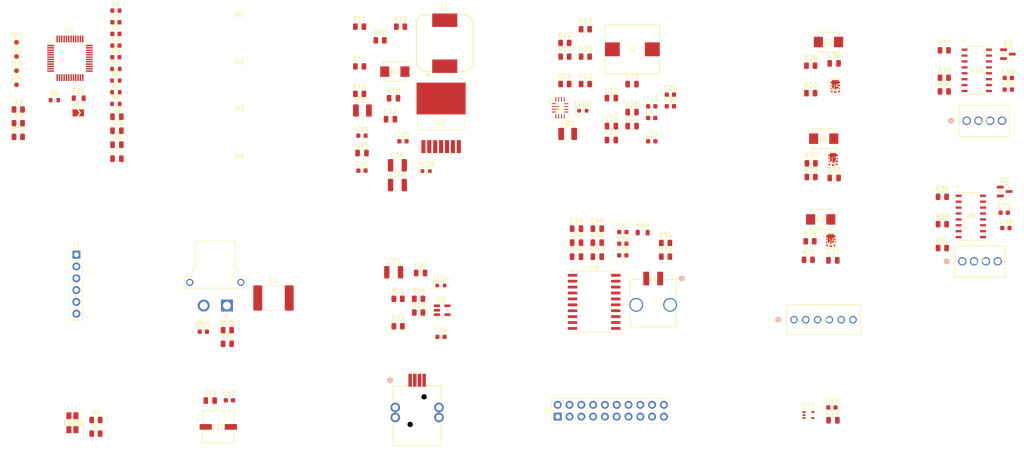
<source format=kicad_pcb>
(kicad_pcb (version 20241229) (generator "pcbnew") (generator_version "9.0")
  (layers (0 "F.Cu" signal) (2 "B.Cu" signal) (13 "F.Paste" user) (15 "B.Paste" user) (5 "F.SilkS" user "F.Silkscreen") (7 "B.SilkS" user "B.Silkscreen") (1 "F.Mask" user) (3 "B.Mask" user) (25 "Edge.Cuts" user))
  (net 0 "")
  (net 1 "SYS_NRST")
  (net 2 "LC_IN-")
  (net 3 "3V_Main")
  (net 4 "+3.3VA")
  (net 5 "VIN_Filtered")
  (net 6 "Net-(U2-IN)")
  (net 7 "Net-(U3-EN)")
  (net 8 "5V_Main")
  (net 9 "12V_Main")
  (net 10 "Net-(U2-SS)")
  (net 11 "5V_An")
  (net 12 "12V_An")
  (net 13 "Net-(U2-C_BOOST)")
  (net 14 "Net-(U2-SW_OUT)")
  (net 15 "Net-(U3-SS)")
  (net 16 "Net-(C29-Pad2)")
  (net 17 "Net-(U3-BST)")
  (net 18 "Net-(U3-BIAS)")
  (net 19 "Net-(U3-VCC)")
  (net 20 "3V3_An")
  (net 21 "Vin_An")
  (net 22 "GND_iso")
  (net 23 "+5Viso")
  (net 24 "+5VAiso")
  (net 25 "Net-(C45-Pad1)")
  (net 26 "Pressure_An")
  (net 27 "LCell_An")
  (net 28 "Temp_An")
  (net 29 "Valve1-")
  (net 30 "Valve3-")
  (net 31 "Valve2-")
  (net 32 "Net-(D5-COM)")
  (net 33 "Net-(D6-COM)")
  (net 34 "Net-(F1-Pad2)")
  (net 35 "SYS_SWCLK")
  (net 36 "SYS_SWDIO")
  (net 37 "SYS_SWO")
  (net 38 "RFD_USART1_TX")
  (net 39 "RFD_USART1_RX")
  (net 40 "EXTEND_IO12")
  (net 41 "EXTEND_IO6")
  (net 42 "EXTEND_IO8")
  (net 43 "EXTEND_IO14")
  (net 44 "EXTEND_IO7")
  (net 45 "EXTEND_IO4")
  (net 46 "EXTEND_IO2")
  (net 47 "EXTEND_IO5")
  (net 48 "EXTEND_IO1")
  (net 49 "EXTEND_IO13")
  (net 50 "EXTEND_IO11")
  (net 51 "EXTEND_IO9")
  (net 52 "EXTEND_IO3")
  (net 53 "EXTEND_IO10")
  (net 54 "/Interfaces/CAN+")
  (net 55 "/Interfaces/CAN-")
  (net 56 "LC_OUT+")
  (net 57 "LC_OUT-")
  (net 58 "LC_IN+")
  (net 59 "P_IN+")
  (net 60 "P_OUT+")
  (net 61 "P_OUT-")
  (net 62 "Net-(JP1-B)")
  (net 63 "Net-(LED1-A_RED)")
  (net 64 "Net-(LED1-A_GREEN)")
  (net 65 "CriticalLED_R")
  (net 66 "CriticalLED_G")
  (net 67 "Net-(LED2-A)")
  (net 68 "Net-(LED3-A)")
  (net 69 "Net-(LED4-A)")
  (net 70 "Net-(U1-PD0)")
  (net 71 "Pressure_Sleep")
  (net 72 "Net-(U1-PD1)")
  (net 73 "LCell_Sleep")
  (net 74 "Net-(U1-PB6)")
  (net 75 "ISO_CAN_TXD")
  (net 76 "Net-(U1-PB9)")
  (net 77 "BOOT0")
  (net 78 "Net-(U2-CURRENT_ADJ)")
  (net 79 "Power_Good")
  (net 80 "Net-(U3-FREQ)")
  (net 81 "Valve1_Open")
  (net 82 "Valve3_Open")
  (net 83 "Net-(U5-G)")
  (net 84 "Net-(U6-G)")
  (net 85 "Valve2_Open")
  (net 86 "Net-(U7-G)")
  (net 87 "Net-(U1-PC13)")
  (net 88 "Net-(R38-Pad2)")
  (net 89 "Net-(R38-Pad1)")
  (net 90 "Net-(R39-Pad2)")
  (net 91 "BT_USART2_TX")
  (net 92 "BT_USART2_RX")
  (net 93 "SD_SPI5_CS")
  (net 94 "SD_SPI5_CLK")
  (net 95 "ISO_CAN_RXD")
  (net 96 "ISO_CAN_OUT")
  (net 108 "Net-(R39-Pad1)")
  (footprint "Resistor_SMD:R_0805_2012Metric" (layer "F.Cu") (at 283.8105 111.7868)
    (property "Reference" "R2" (at 0 -1.65 0) (layer "F.SilkS"))
    (property "Value" "100R")
    (pad "1" smd roundrect (at -0.9125 0) (size 1.025 1.4) (layers "F.Cu" "F.Mask" "F.Paste") (roundrect_rratio 0.243902) (net 64 "Net-(LED1-A_GREEN)"))
    (pad "2" smd roundrect (at 0.9125 0) (size 1.025 1.4) (layers "F.Cu" "F.Mask" "F.Paste") (roundrect_rratio 0.243902) (net 3 "3V_Main"))
  )
  (footprint "Resistor_SMD:R_0805_2012Metric" (layer "F.Cu") (at 340.5474 24.2026)
    (property "Reference" "R11" (at 0 -1.65 0) (layer "F.SilkS"))
    (property "Value" "12k 1%")
    (pad "1" smd roundrect (at -0.9125 0) (size 1.025 1.4) (layers "F.Cu" "F.Mask" "F.Paste") (roundrect_rratio 0.243902) (net 2 "LC_IN-"))
    (pad "2" smd roundrect (at 0.9125 0) (size 1.025 1.4) (layers "F.Cu" "F.Mask" "F.Paste") (roundrect_rratio 0.243902) (net 78 "Net-(U2-CURRENT_ADJ)"))
  )
  (footprint "Resistor_SMD:R_0805_2012Metric" (layer "F.Cu") (at 267.0961 47.9269)
    (property "Reference" "R10" (at 0 -1.65 0) (layer "F.SilkS"))
    (property "Value" "10k")
    (pad "1" smd roundrect (at -0.9125 0) (size 1.025 1.4) (layers "F.Cu" "F.Mask" "F.Paste") (roundrect_rratio 0.243902) (net 2 "LC_IN-"))
    (pad "2" smd roundrect (at 0.9125 0) (size 1.025 1.4) (layers "F.Cu" "F.Mask" "F.Paste") (roundrect_rratio 0.243902) (net 77 "BOOT0"))
  )
  (footprint "Resistor_SMD:R_0603_1608Metric" (layer "F.Cu") (at 288.1056 33.2964)
    (property "Reference" "R4" (at 0 -1.43 0) (layer "F.SilkS"))
    (property "Value" "22R")
    (pad "1" smd roundrect (at -0.825 0) (size 0.8 0.95) (layers "F.Cu" "F.Mask" "F.Paste") (net 71 "Pressure_Sleep"))
    (pad "2" smd roundrect (at 0.825 0) (size 0.8 0.95) (layers "F.Cu" "F.Mask" "F.Paste") (net 70 "Net-(U1-PD0)"))
  )
  (footprint "pcb_moteur:XT30PW-F" (layer "F.Cu") (at 309.4999 79.2306)
    (property "Reference" "J2" (at -3.635 8.805 0) (layer "F.SilkS"))
    (property "Value" "Vin_XT30PW-F")
    (pad "N" thru_hole circle (at -2.5 5) (size 2.55 2.55) (drill 1.7) (layers "*.Cu" "*.Mask") (net 2 "LC_IN-"))
    (pad "P" thru_hole rect (at 2.5 5) (size 2.55 2.55) (drill 1.7) (layers "*.Cu" "*.Mask") (net 34 "Net-(F1-Pad2)"))
    (pad "S1" thru_hole circle (at 5.5 0) (size 1.508 1.508) (drill 1) (layers "*.Cu" "*.Mask"))
    (pad "S2" thru_hole circle (at -5.5 0) (size 1.508 1.508) (drill 1) (layers "*.Cu" "*.Mask"))
  )
  (footprint "Capacitor_SMD:C_0603_1608Metric" (layer "F.Cu") (at 358.0693 90.9613)
    (property "Reference" "C34" (at 0 -1.43 0) (layer "F.SilkS"))
    (property "Value" "100nF")
    (pad "1" smd roundrect (at -0.775 0) (size 0.9 0.95) (layers "F.Cu" "F.Mask" "F.Paste") (net 20 "3V3_An"))
    (pad "2" smd roundrect (at 0.775 0) (size 0.9 0.95) (layers "F.Cu" "F.Mask" "F.Paste") (net 2 "LC_IN-"))
  )
  (footprint "Resistor_SMD:R_0805_2012Metric" (layer "F.Cu") (at 283.8105 108.8368)
    (property "Reference" "R1" (at 0 -1.65 0) (layer "F.SilkS"))
    (property "Value" "100R")
    (pad "1" smd roundrect (at -0.9125 0) (size 1.025 1.4) (layers "F.Cu" "F.Mask" "F.Paste") (roundrect_rratio 0.243902) (net 3 "3V_Main"))
    (pad "2" smd roundrect (at 0.9125 0) (size 1.025 1.4) (layers "F.Cu" "F.Mask" "F.Paste") (roundrect_rratio 0.243902) (net 63 "Net-(LED1-A_RED)"))
  )
  (footprint "PCB_GSE:U2-K_NCH" (layer "F.Cu") (at 310.1467 110.3376)
    (property "Reference" "C10" (at 0 0 0) (layer "F.SilkS"))
    (property "Value" "100uF")
    (pad "1" smd rect (at -2.7051 0) (size 2.6162 1.2192) (layers "F.Cu" "F.Mask" "F.Paste") (net 5 "VIN_Filtered"))
    (pad "2" smd rect (at 2.7051 0) (size 2.6162 1.2192) (layers "F.Cu" "F.Mask" "F.Paste") (net 2 "LC_IN-"))
  )
  (footprint "Resistor_SMD:R_0805_2012Metric" (layer "F.Cu") (at 466.3713 38.1508)
    (property "Reference" "R40" (at 0 -1.65 0) (layer "F.SilkS"))
    (property "Value" "1.5k")
    (pad "1" smd roundrect (at -0.9125 0) (size 1.025 1.4) (layers "F.Cu" "F.Mask" "F.Paste") (roundrect_rratio 0.243902) (net 32 "Net-(D5-COM)"))
    (pad "2" smd roundrect (at 0.9125 0) (size 1.025 1.4) (layers "F.Cu" "F.Mask" "F.Paste") (roundrect_rratio 0.243902) (net 26 "Pressure_An"))
  )
  (footprint "Resistor_SMD:R_0805_2012Metric" (layer "F.Cu") (at 267.0961 44.9769)
    (property "Reference" "R9" (at 0 -1.65 0) (layer "F.SilkS"))
    (property "Value" "1.5k")
    (pad "1" smd roundrect (at -0.9125 0) (size 1.025 1.4) (layers "F.Cu" "F.Mask" "F.Paste") (roundrect_rratio 0.243902) (net 77 "BOOT0"))
    (pad "2" smd roundrect (at 0.9125 0) (size 1.025 1.4) (layers "F.Cu" "F.Mask" "F.Paste") (roundrect_rratio 0.243902) (net 62 "Net-(JP1-B)"))
  )
  (footprint "Resistor_SMD:R_0805_2012Metric" (layer "F.Cu") (at 406.4022 70.7509)
    (property "Reference" "R34" (at 0 -1.65 0) (layer "F.SilkS"))
    (property "Value" "60R")
    (pad "1" smd roundrect (at -0.9125 0) (size 1.025 1.4) (layers "F.Cu" "F.Mask" "F.Paste") (roundrect_rratio 0.243902) (net 25 "Net-(C45-Pad1)"))
    (pad "2" smd roundrect (at 0.9125 0) (size 1.025 1.4) (layers "F.Cu" "F.Mask" "F.Paste") (roundrect_rratio 0.243902) (net 54 "/Interfaces/CAN+"))
  )
  (footprint "Capacitor_SMD:C_0805_2012Metric" (layer "F.Cu") (at 391.6956 73.7009)
    (property "Reference" "C47" (at 0 -1.68 0) (layer "F.SilkS"))
    (property "Value" "10nF")
    (pad "1" smd roundrect (at -0.95 0) (size 1 1.45) (layers "F.Cu" "F.Mask" "F.Paste") (net 24 "+5VAiso"))
    (pad "2" smd roundrect (at 0.95 0) (size 1 1.45) (layers "F.Cu" "F.Mask" "F.Paste") (net 22 "GND_iso"))
  )
  (footprint "Resistor_SMD:R_0805_2012Metric" (layer "F.Cu") (at 340.5571 32.765)
    (property "Reference" "R14" (at 0 -1.65 0) (layer "F.SilkS"))
    (property "Value" "390k 1%")
    (pad "1" smd roundrect (at -0.9125 0) (size 1.025 1.4) (layers "F.Cu" "F.Mask" "F.Paste") (roundrect_rratio 0.243902) (net 12 "12V_An"))
    (pad "2" smd roundrect (at 0.9125 0) (size 1.025 1.4) (layers "F.Cu" "F.Mask" "F.Paste") (roundrect_rratio 0.243902) (net 9 "12V_Main"))
  )
  (footprint "PCB_GSE:LM2673SX-12_NOPB" (layer "F.Cu") (at 358.0916 43.8302)
    (property "Reference" "U2" (at 0 1 0) (layer "F.SilkS"))
    (property "Value" "LM2673SX-12_NOPB")
    (pad "1" smd rect (at -3.81 6.19) (size 0.89 2.79) (layers "F.Cu" "F.Mask" "F.Paste") (net 14 "Net-(U2-SW_OUT)"))
    (pad "2" smd rect (at -2.54 6.19) (size 0.89 2.79) (layers "F.Cu" "F.Mask" "F.Paste") (net 6 "Net-(U2-IN)"))
    (pad "3" smd rect (at -1.27 6.19) (size 0.89 2.79) (layers "F.Cu" "F.Mask" "F.Paste") (net 13 "Net-(U2-C_BOOST)"))
    (pad "4" smd rect (at 0 6.19) (size 0.89 2.79) (layers "F.Cu" "F.Mask" "F.Paste") (net 2 "LC_IN-"))
    (pad "5" smd rect (at 1.27 6.19) (size 0.89 2.79) (layers "F.Cu" "F.Mask" "F.Paste") (net 78 "Net-(U2-CURRENT_ADJ)"))
    (pad "6" smd rect (at 2.54 6.19) (size 0.89 2.79) (layers "F.Cu" "F.Mask" "F.Paste") (net 9 "12V_Main"))
    (pad "7" smd rect (at 3.81 6.19) (size 0.89 2.79) (layers "F.Cu" "F.Mask" "F.Paste") (net 10 "Net-(U2-SS)"))
    (pad "8" smd rect (at 0 -4.16) (size 10.58 6.84) (layers "F.Cu" "F.Mask") (net 2 "LC_IN-"))
  )
  (footprint "Inductor_SMD:L_0805_2012Metric" (layer "F.Cu") (at 280.0985 39.5957)
    (property "Reference" "FB1" (at 0 -1.55 0) (layer "F.SilkS"))
    (property "Value" "120R")
    (pad "1" smd roundrect (at -1.0625 0) (size 0.875 1.2) (layers "F.Cu" "F.Mask" "F.Paste") (net 4 "+3.3VA"))
    (pad "2" smd roundrect (at 1.0625 0) (size 0.875 1.2) (layers "F.Cu" "F.Mask" "F.Paste") (net 3 "3V_Main"))
  )
  (footprint "Resistor_SMD:R_0805_2012Metric" (layer "F.Cu") (at 437.722711 53.609958)
    (property "Reference" "R32" (at 0 -1.65 0) (layer "F.SilkS"))
    (property "Value" "10k")
    (pad "1" smd roundrect (at -0.9125 0) (size 1.025 1.4) (layers "F.Cu" "F.Mask" "F.Paste") (roundrect_rratio 0.243902) (net 85 "Valve2_Open"))
    (pad "2" smd roundrect (at 0.9125 0) (size 1.025 1.4) (layers "F.Cu" "F.Mask" "F.Paste") (roundrect_rratio 0.243902) (net 2 "LC_IN-"))
  )
  (footprint "Resistor_SMD:R_0805_2012Metric" (layer "F.Cu") (at 437.722711 56.559958)
    (property "Reference" "R33" (at 0 -1.65 0) (layer "F.SilkS"))
    (property "Value" "200R")
    (pad "1" smd roundrect (at -0.9125 0) (size 1.025 1.4) (layers "F.Cu" "F.Mask" "F.Paste") (roundrect_rratio 0.243902) (net 85 "Valve2_Open"))
    (pad "2" smd roundrect (at 0.9125 0) (size 1.025 1.4) (layers "F.Cu" "F.Mask" "F.Paste") (roundrect_rratio 0.243902) (net 86 "Net-(U7-G)"))
  )
  (footprint "Package_TO_SOT_SMD:SOT-23" (layer "F.Cu") (at 480.0749 30.1222)
    (property "Reference" "D5" (at 0 -2.4 0) (layer "F.SilkS"))
    (property "Value" "BAT54S")
    (pad "1" smd roundrect (at -0.9375 -0.95) (size 1.475 0.6) (layers "F.Cu" "F.Mask" "F.Paste") (net 2 "LC_IN-"))
    (pad "2" smd roundrect (at -0.9375 0.95) (size 1.475 0.6) (layers "F.Cu" "F.Mask" "F.Paste") (net 4 "+3.3VA"))
    (pad "3" smd roundrect (at 0.9375 0) (size 1.475 0.6) (layers "F.Cu" "F.Mask" "F.Paste") (net 32 "Net-(D5-COM)"))
  )
  (footprint "Capacitor_SMD:C_0805_2012Metric" (layer "F.Cu") (at 442.6712 32.1056)
    (property "Reference" "C36" (at 0 -1.68 0) (layer "F.SilkS"))
    (property "Value" "10uF")
    (pad "1" smd roundrect (at -0.95 0) (size 1 1.45) (layers "F.Cu" "F.Mask" "F.Paste") (net 9 "12V_Main"))
    (pad "2" smd roundrect (at 0.95 0) (size 1 1.45) (layers "F.Cu" "F.Mask" "F.Paste") (net 2 "LC_IN-"))
  )
  (footprint "Capacitor_SMD:C_0603_1608Metric" (layer "F.Cu") (at 288.1056 28.2764)
    (property "Reference" "C8" (at 0 -1.43 0) (layer "F.SilkS"))
    (property "Value" "100nF")
    (pad "1" smd roundrect (at -0.775 0) (size 0.9 0.95) (layers "F.Cu" "F.Mask" "F.Paste") (net 2 "LC_IN-"))
    (pad "2" smd roundrect (at 0.775 0) (size 0.9 0.95) (layers "F.Cu" "F.Mask" "F.Paste") (net 3 "3V_Main"))
  )
  (footprint "pcb_moteur:SI5442DU_T1_G3" (layer "F.Cu") (at 442.922599 37.175821)
    (property "Reference" "U5" (at 0 0 0) (layer "F.SilkS"))
    (property "Value" "SI5442DU-T1-GE3")
    (fp_poly (pts (xy -0.736613 -1.4593) (xy 0.736613 -1.4593) (xy 0.73661 -1.152779) (xy 0.99061 -1.152779) (xy 0.99061 -0.797179) (xy 0.73661 -0.797179) (xy 0.738922 -0.502793) (xy 0.992922 -0.502793) (xy 0.992922 -0.147193) (xy 0.738922 -0.147193) (xy 0.738922 0.147193) (xy 0.992922 0.147193) (xy 0.992922 0.502793) (xy 0.738922 0.502793) (xy 0.736613 0.5473) (xy -0.736613 0.5473) (xy -0.73661 0.502793) (xy -0.99061 0.502793) (xy -0.99061 0.147193) (xy -0.73661 0.147193) (xy -0.73661 -0.147193) (xy -0.99061 -0.147193) (xy -0.99061 -0.502793) (xy -0.73661 -0.502793) (xy -0.73661 -0.797179) (xy -0.99061 -0.797179) (xy -0.99061 -1.152779) (xy -0.73661 -1.152779)) (fill yes) (layer "F.Cu"))
    (pad "1" smd rect (at -0.86361 -0.974979) (size 0.254 0.3556) (layers "F.Cu" "F.Mask" "F.Paste") (net 29 "Valve1-"))
    (pad "2" smd rect (at -0.86361 -0.324993) (size 0.254 0.3556) (layers "F.Cu" "F.Mask" "F.Paste") (net 29 "Valve1-"))
    (pad "3" smd rect (at -0.86361 0.324993) (size 0.254 0.3556) (layers "F.Cu" "F.Mask" "F.Paste") (net 29 "Valve1-"))
    (pad "4" smd rect (at -0.790001 0.974979) (size 0.4064 0.3556) (layers "F.Cu" "F.Mask" "F.Paste") (net 83 "Net-(U5-G)"))
    (pad "5" smd rect (at 0.790001 0.974979) (size 0.4064 0.3556) (layers "F.Cu" "F.Mask" "F.Paste") (net 2 "LC_IN-"))
    (pad "6" smd rect (at 0.865922 0.324993) (size 0.254 0.3556) (layers "F.Cu" "F.Mask" "F.Paste") (net 29 "Valve1-"))
    (pad "7" smd rect (at 0.865922 -0.324993) (size 0.254 0.3556) (layers "F.Cu" "F.Mask" "F.Paste") (net 29 "Valve1-"))
    (pad "8" smd rect (at 0.86361 -0.974979) (size 0.254 0.3556) (layers "F.Cu" "F.Mask" "F.Paste") (net 29 "Valve1-"))
    (pad "9" smd rect (at 0 1.127) (size 0.5588 0.3048) (layers "F.Cu" "F.Mask") (net 2 "LC_IN-"))
  )
  (footprint "Capacitor_SMD:C_0805_2012Metric" (layer "F.Cu") (at 288.3256 49.6064)
    (property "Reference" "C5" (at 0 -1.68 0) (layer "F.SilkS"))
    (property "Value" "10nF")
    (pad "1" smd roundrect (at -0.95 0) (size 1 1.45) (layers "F.Cu" "F.Mask" "F.Paste") (net 2 "LC_IN-"))
    (pad "2" smd roundrect (at 0.95 0) (size 1 1.45) (layers "F.Cu" "F.Mask" "F.Paste") (net 4 "+3.3VA"))
  )
  (footprint "Resistor_SMD:R_0805_2012Metric" (layer "F.Cu") (at 389.1377 24.7548)
    (property "Reference" "R17" (at 0 -1.65 0) (layer "F.SilkS"))
    (property "Value" "1.5k")
    (pad "1" smd roundrect (at -0.9125 0) (size 1.025 1.4) (layers "F.Cu" "F.Mask" "F.Paste") (roundrect_rratio 0.243902) (net 67 "Net-(LED2-A)"))
    (pad "2" smd roundrect (at 0.9125 0) (size 1.025 1.4) (layers "F.Cu" "F.Mask" "F.Paste") (roundrect_rratio 0.243902) (net 8 "5V_Main"))
  )
  (footprint "Capacitor_SMD:C_0805_2012Metric" (layer "F.Cu") (at 288.3256 46.5964)
    (property "Reference" "C3" (at 0 -1.68 0) (layer "F.SilkS"))
    (property "Value" "10uF")
    (pad "1" smd roundrect (at -0.95 0) (size 1 1.45) (layers "F.Cu" "F.Mask" "F.Paste") (net 2 "LC_IN-"))
    (pad "2" smd roundrect (at 0.95 0) (size 1 1.45) (layers "F.Cu" "F.Mask" "F.Paste") (net 4 "+3.3VA"))
  )
  (footprint "Capacitor_SMD:C_1210_3225Metric" (layer "F.Cu") (at 347.8765 77.0523)
    (property "Reference" "C33" (at 0 -2.3 0) (layer "F.SilkS"))
    (property "Value" "100uF")
    (pad "1" smd roundrect (at -1.475 0) (size 1.15 2.7) (layers "F.Cu" "F.Mask" "F.Paste") (roundrect_rratio 0.217391) (net 3 "3V_Main"))
    (pad "2" smd roundrect (at 1.475 0) (size 1.15 2.7) (layers "F.Cu" "F.Mask" "F.Paste") (roundrect_rratio 0.217391) (net 2 "LC_IN-"))
  )
  (footprint "Capacitor_SMD:C_0603_1608Metric" (layer "F.Cu") (at 442.1972 106.1552)
    (property "Reference" "C53" (at 0 -1.43 0) (layer "F.SilkS"))
    (property "Value" "100nF")
    (pad "1" smd roundrect (at -0.775 0) (size 0.9 0.95) (layers "F.Cu" "F.Mask" "F.Paste") (net 3 "3V_Main"))
    (pad "2" smd roundrect (at 0.775 0) (size 0.9 0.95) (layers "F.Cu" "F.Mask" "F.Paste") (net 2 "LC_IN-"))
  )
  (footprint "Capacitor_SMD:C_0805_2012Metric" (layer "F.Cu") (at 347.8498 39.6186)
    (property "Reference" "C18" (at 0 -1.68 0) (layer "F.SilkS"))
    (property "Value" "22uF")
    (pad "1" smd roundrect (at -0.95 0) (size 1 1.45) (layers "F.Cu" "F.Mask" "F.Paste") (net 9 "12V_Main"))
    (pad "2" smd roundrect (at 0.95 0) (size 1 1.45) (layers "F.Cu" "F.Mask" "F.Paste") (net 2 "LC_IN-"))
  )
  (footprint "Resistor_SMD:R_0603_1608Metric" (layer "F.Cu") (at 274.8819 40.0274)
    (property "Reference" "R6" (at 0 -1.43 0) (layer "F.SilkS"))
    (property "Value" "22R")
    (pad "1" smd roundrect (at -0.825 0) (size 0.8 0.95) (layers "F.Cu" "F.Mask" "F.Paste") (net 96 "ISO_CAN_OUT"))
    (pad "2" smd roundrect (at 0.825 0) (size 0.8 0.95) (layers "F.Cu" "F.Mask" "F.Paste") (net 87 "Net-(U1-PC13)"))
  )
  (footprint "Resistor_SMD:R_0805_2012Metric" (layer "F.Cu") (at 389.1377 36.5548)
    (property "Reference" "R22" (at 0 -1.65 0) (layer "F.SilkS"))
    (property "Value" "10R")
    (pad "1" smd roundrect (at -0.9125 0) (size 1.025 1.4) (layers "F.Cu" "F.Mask" "F.Paste") (roundrect_rratio 0.243902) (net 8 "5V_Main"))
    (pad "2" smd roundrect (at 0.9125 0) (size 1.025 1.4) (layers "F.Cu" "F.Mask" "F.Paste") (roundrect_rratio 0.243902) (net 18 "Net-(U3-BIAS)"))
  )
  (footprint "Inductor_SMD:L_1210_3225Metric" (layer "F.Cu") (at 341.1571 42.245)
    (property "Reference" "FB2" (at 0 -2.28 0) (layer "F.SilkS"))
    (property "Value" "600R")
    (pad "1" smd roundrect (at -1.4 0) (size 1.25 2.65) (layers "F.Cu" "F.Mask" "F.Paste") (roundrect_rratio 0.2) (net 5 "VIN_Filtered"))
    (pad "2" smd roundrect (at 1.4 0) (size 1.25 2.65) (layers "F.Cu" "F.Mask" "F.Paste") (roundrect_rratio 0.2) (net 6 "Net-(U2-IN)"))
  )
  (footprint "TestPoint:TestPoint_Pad_D1.0mm" (layer "F.Cu") (at 266.717 33.6755)
    (property "Reference" "TP3" (at 0 -1.448 0) (layer "F.SilkS"))
    (property "Value" "TestPoint")
    (pad "1" smd circle (at 0 0) (size 1 1) (layers "F.Cu" "F.Mask") (net 93 "SD_SPI5_CS"))
  )
  (footprint "Capacitor_SMD:C_0603_1608Metric" (layer "F.Cu") (at 397.1944 70.9115)
    (property "Reference" "C43" (at 0 -1.43 0) (layer "F.SilkS"))
    (property "Value" "100nF")
    (pad "1" smd roundrect (at -0.775 0) (size 0.9 0.95) (layers "F.Cu" "F.Mask" "F.Paste") (net 23 "+5Viso"))
    (pad "2" smd roundrect (at 0.775 0) (size 0.9 0.95) (layers "F.Cu" "F.Mask" "F.Paste") (net 22 "GND_iso"))
  )
  (footprint "Capacitor_SMD:C_0805_2012Metric" (layer "F.Cu") (at 394.7392 48.6116)
    (property "Reference" "C21" (at 0 -1.68 0) (layer "F.SilkS"))
    (property "Value" "22uF")
    (pad "1" smd roundrect (at -0.95 0) (size 1 1.45) (layers "F.Cu" "F.Mask" "F.Paste") (net 7 "Net-(U3-EN)"))
    (pad "2" smd roundrect (at 0.95 0) (size 1 1.45) (layers "F.Cu" "F.Mask" "F.Paste") (net 2 "LC_IN-"))
  )
  (footprint "pcb_moteur:CONN4_GT17HN_HIR" (layer "F.Cu") (at 352.931984 107.954801)
    (property "Reference" "J4" (hide yes))
    (property "Value" "GT17HN-4DP-2H(D)(56)")
    (pad "" np_thru_hole circle (at -1.5 1.850799) (size 1.143 1.143) (drill 1.143) (layers))
    (pad "" np_thru_hole circle (at 1.5 -4.099201) (size 1.143 1.143) (drill 1.143) (layers))
    (pad "1" smd rect (at -1.5 -7.6492) (size 0.762 2.794) (layers "F.Cu" "F.Mask" "F.Paste") (net 39 "RFD_USART1_RX"))
    (pad "2" smd rect (at -0.499999 -7.6492) (size 0.762 2.794) (layers "F.Cu" "F.Mask" "F.Paste") (net 38 "RFD_USART1_TX"))
    (pad "3" smd rect (at 0.499999 -7.6492) (size 0.762 2.794) (layers "F.Cu" "F.Mask" "F.Paste") (net 8 "5V_Main"))
    (pad "4" smd rect (at 1.5 -7.6492) (size 0.762 2.794) (layers "F.Cu" "F.Mask" "F.Paste") (net 2 "LC_IN-"))
    (pad "5" thru_hole circle (at -4.700001 -1.799326) (size 2.0574 2.0574) (drill 1.2954) (layers "*.Cu" "*.Mask") (net 2 "LC_IN-"))
    (pad "6" thru_hole circle (at 4.700001 -1.799326) (size 2.0574 2.0574) (drill 1.2954) (layers "*.Cu" "*.Mask"))
    (pad "7" thru_hole circle (at -4.700016 0.350799) (size 2.0574 2.0574) (drill 1.2954) (layers "*.Cu" "*.Mask"))
    (pad "8" thru_hole circle (at 4.700016 0.350799) (size 2.0574 2.0574) (drill 1.2954) (layers "*.Cu" "*.Mask"))
  )
  (footprint "Capacitor_SMD:C_0603_1608Metric" (layer "F.Cu") (at 349.885 48.8696)
    (property "Reference" "C25" (at 0 -1.43 0) (layer "F.SilkS"))
    (property "Value" "100nF")
    (pad "1" smd roundrect (at -0.775 0) (size 0.9 0.95) (layers "F.Cu" "F.Mask" "F.Paste") (net 12 "12V_An"))
    (pad "2" smd roundrect (at 0.775 0) (size 0.9 0.95) (layers "F.Cu" "F.Mask" "F.Paste") (net 2 "LC_IN-"))
  )
  (footprint "Package_SO:SOIC-20W_7.5x12.8mm_P1.27mm" (layer "F.Cu") (at 391.0352 83.4291)
    (property "Reference" "U8" (at 0 -7.35 0) (layer "F.SilkS"))
    (property "Value" "ISOW1044")
    (pad "1" smd roundrect (at -4.65 -5.715) (size 2.05 0.6) (layers "F.Cu" "F.Mask" "F.Paste") (net 3 "3V_Main"))
    (pad "2" smd roundrect (at -4.65 -4.445) (size 2.05 0.6) (layers "F.Cu" "F.Mask" "F.Paste"))
    (pad "3" smd roundrect (at -4.65 -3.175) (size 2.05 0.6) (layers "F.Cu" "F.Mask" "F.Paste") (net 95 "ISO_CAN_RXD"))
    (pad "4" smd roundrect (at -4.65 -1.905) (size 2.05 0.6) (layers "F.Cu" "F.Mask" "F.Paste") (net 2 "LC_IN-"))
    (pad "5" smd roundrect (at -4.65 -0.635) (size 2.05 0.6) (layers "F.Cu" "F.Mask" "F.Paste") (net 75 "ISO_CAN_TXD"))
    (pad "6" smd roundrect (at -4.65 0.635) (size 2.05 0.6) (layers "F.Cu" "F.Mask" "F.Paste") (net 2 "LC_IN-"))
    (pad "7" smd roundrect (at -4.65 1.905) (size 2.05 0.6) (layers "F.Cu" "F.Mask" "F.Paste"))
    (pad "8" smd roundrect (at -4.65 3.175) (size 2.05 0.6) (layers "F.Cu" "F.Mask" "F.Paste"))
    (pad "9" smd roundrect (at -4.65 4.445) (size 2.05 0.6) (layers "F.Cu" "F.Mask" "F.Paste") (net 3 "3V_Main"))
    (pad "10" smd roundrect (at -4.65 5.715) (size 2.05 0.6) (layers "F.Cu" "F.Mask" "F.Paste") (net 2 "LC_IN-"))
    (pad "11" smd roundrect (at 4.65 5.715) (size 2.05 0.6) (layers "F.Cu" "F.Mask" "F.Paste") (net 22 "GND_iso"))
    (pad "12" smd roundrect (at 4.65 4.445) (size 2.05 0.6) (layers "F.Cu" "F.Mask" "F.Paste") (net 24 "+5VAiso"))
    (pad "13" smd roundrect (at 4.65 3.175) (size 2.05 0.6) (layers "F.Cu" "F.Mask" "F.Paste") (net 23 "+5Viso"))
    (pad "14" smd roundrect (at 4.65 1.905) (size 2.05 0.6) (layers "F.Cu" "F.Mask" "F.Paste") (net 96 "ISO_CAN_OUT"))
    (pad "15" smd roundrect (at 4.65 0.635) (size 2.05 0.6) (layers "F.Cu" "F.Mask" "F.Paste") (net 22 "GND_iso"))
    (pad "16" smd roundrect (at 4.65 -0.635) (size 2.05 0.6) (layers "F.Cu" "F.Mask" "F.Paste") (net 22 "GND_iso"))
    (pad "17" smd roundrect (at 4.65 -1.905) (size 2.05 0.6) (layers "F.Cu" "F.Mask" "F.Paste") (net 22 "GND_iso"))
    (pad "18" smd roundrect (at 4.65 -3.175) (size 2.05 0.6) (layers "F.Cu" "F.Mask" "F.Paste") (net 55 "/Interfaces/CAN-"))
    (pad "19" smd roundrect (at 4.65 -4.445) (size 2.05 0.6) (layers "F.Cu" "F.Mask" "F.Paste") (net 54 "/Interfaces/CAN+"))
    (pad "20" smd roundrect (at 4.65 -5.715) (size 2.05 0.6) (layers "F.Cu" "F.Mask" "F.Paste") (net 23 "+5Viso"))
  )
  (footprint "Resistor_SMD:R_0603_1608Metric" (layer "F.Cu") (at 288.1056 35.8064)
    (property "Reference" "R5" (at 0 -1.43 0) (layer "F.SilkS"))
    (property "Value" "22R")
    (pad "1" smd roundrect (at -0.825 0) (size 0.8 0.95) (layers "F.Cu" "F.Mask" "F.Paste") (net 73 "LCell_Sleep"))
    (pad "2" smd roundrect (at 0.825 0) (size 0.8 0.95) (layers "F.Cu" "F.Mask" "F.Paste") (net 72 "Net-(U1-PD1)"))
  )
  (footprint "pcb_moteur:MPQ9843GLE_5_AEC1_Z" (layer "F.Cu") (at 383.694399 41.681401)
    (property "Reference" "U3" (at 0 0 0) (layer "F.SilkS"))
    (property "Value" "MPQ9843GLE-5-AEC1-Z")
    (fp_poly (pts (xy -1.8 -1.000001) (xy -1.8 -0.800001) (xy -0.8 -0.800001) (xy -0.8 -0.850001) (xy -0.95 -1.000001)) (fill yes) (layer "F.Cu"))
    (fp_text user "*" (at -2.485 -0.9 0) (layer "F.SilkS"))
    (fp_text user "*" (at -2.485 -0.9 0) (layer "F.SilkS"))
    (pad "1" smd rect (at -1.3 -0.900001) (size 0.127 0.127) (layers "F.Cu" "F.Mask" "F.Paste") (net 2 "LC_IN-"))
    (pad "2" smd rect (at -1.05 -0.299999) (size 1.5 0.2) (layers "F.Cu" "F.Mask" "F.Paste") (net 7 "Net-(U3-EN)"))
    (pad "3" smd rect (at -1.05 0.299999) (size 1.5 0.2) (layers "F.Cu" "F.Mask" "F.Paste"))
    (pad "4" smd rect (at -1.35 0.900001) (size 0.9 0.2) (layers "F.Cu" "F.Mask" "F.Paste") (net 2 "LC_IN-"))
    (pad "5" smd rect (at -0.900001 1.849999 90) (size 0.9 0.2) (layers "F.Cu" "F.Mask" "F.Paste") (net 7 "Net-(U3-EN)"))
    (pad "6" smd rect (at -0.299999 1.849999 90) (size 0.9 0.2) (layers "F.Cu" "F.Mask" "F.Paste"))
    (pad "7" smd rect (at 0.299999 1.849999 90) (size 0.9 0.2) (layers "F.Cu" "F.Mask" "F.Paste") (net 79 "Power_Good"))
    (pad "8" smd rect (at 0.900001 1.849999 90) (size 0.9 0.2) (layers "F.Cu" "F.Mask" "F.Paste") (net 18 "Net-(U3-BIAS)"))
    (pad "9" smd rect (at 1.35 0.900001) (size 0.9 0.2) (layers "F.Cu" "F.Mask" "F.Paste") (net 2 "LC_IN-"))
    (pad "10" smd rect (at 1.35 0.299999) (size 0.9 0.2) (layers "F.Cu" "F.Mask" "F.Paste") (net 16 "Net-(C29-Pad2)"))
    (pad "11" smd rect (at 1.35 -0.299999) (size 0.9 0.2) (layers "F.Cu" "F.Mask" "F.Paste") (net 17 "Net-(U3-BST)"))
    (pad "12" smd rect (at 1.35 -0.900001) (size 0.9 0.2) (layers "F.Cu" "F.Mask" "F.Paste") (net 19 "Net-(U3-VCC)"))
    (pad "13" smd rect (at 0.900001 -1.849999 90) (size 0.9 0.2) (layers "F.Cu" "F.Mask" "F.Paste") (net 2 "LC_IN-"))
    (pad "14" smd rect (at 0.299999 -1.849999 90) (size 0.9 0.2) (layers "F.Cu" "F.Mask" "F.Paste") (net 15 "Net-(U3-SS)"))
    (pad "15" smd rect (at -0.299999 -1.849999 90) (size 0.9 0.2) (layers "F.Cu" "F.Mask" "F.Paste") (net 8 "5V_Main"))
    (pad "16" smd rect (at -0.900001 -1.849999 90) (size 0.9 0.2) (layers "F.Cu" "F.Mask" "F.Paste") (net 80 "Net-(U3-FREQ)"))
  )
  (footprint "Capacitor_SMD:C_0805_2012Metric" (layer "F.Cu") (at 387.2456 73.7009)
    (property "Reference" "C42" (at 0 -1.68 0) (layer "F.SilkS"))
    (property "Value" "10nF")
    (pad "1" smd roundrect (at -0.95 0) (size 1 1.45) (layers "F.Cu" "F.Mask" "F.Paste") (net 3 "3V_Main"))
    (pad "2" smd roundrect (at 0.95 0) (size 1 1.45) (layers "F.Cu" "F.Mask" "F.Paste") (net 2 "LC_IN-"))
  )
  (footprint "Capacitor_SMD:C_0805_2012Metric" (layer "F.Cu") (at 391.6956 70.6909)
    (property "Reference" "C46" (at 0 -1.68 0) (layer "F.SilkS"))
    (property "Value" "1uF")
    (pad "1" smd roundrect (at -0.95 0) (size 1 1.45) (layers "F.Cu" "F.Mask" "F.Paste") (net 24 "+5VAiso"))
    (pad "2" smd roundrect (at 0.95 0) (size 1 1.45) (layers "F.Cu" "F.Mask" "F.Paste") (net 22 "GND_iso"))
  )
  (footprint "Connector_PinHeader_2.54mm:PinHeader_1x06_P2.54mm_Vertical" (layer "F.Cu") (at 279.6032 73.279)
    (property "Reference" "J1" (at 0 -2.38 0) (layer "F.SilkS"))
    (property "Value" "Conn_01x06_Pin")
    (pad "1" thru_hole rect (at 0 0) (size 1.7 1.7) (drill 1) (layers "*.Cu" "*.Mask") (net 36 "SYS_SWDIO"))
    (pad "2" thru_hole circle (at 0 2.54) (size 1.7 1.7) (drill 1) (layers "*.Cu" "*.Mask") (net 35 "SYS_SWCLK"))
    (pad "3" thru_hole circle (at 0 5.08) (size 1.7 1.7) (drill 1) (layers "*.Cu" "*.Mask") (net 3 "3V_Main"))
    (pad "4" thru_hole circle (at 0 7.62) (size 1.7 1.7) (drill 1) (layers "*.Cu" "*.Mask") (net 37 "SYS_SWO"))
    (pad "5" thru_hole circle (at 0 10.16) (size 1.7 1.7) (drill 1) (layers "*.Cu" "*.Mask") (net 2 "LC_IN-"))
    (pad "6" thru_hole circle (at 0 12.7) (size 1.7 1.7) (drill 1) (layers "*.Cu" "*.Mask") (net 1 "SYS_NRST"))
  )
  (footprint "MountingHole:MountingHole_4.3mm_M4" (layer "F.Cu") (at 314.7568 37.0332)
    (property "Reference" "H2" (at 0 -5.25 0) (layer "F.SilkS"))
    (property "Value" "MountingHole")
    (pad "" np_thru_hole circle (at 0 0) (size 4.3 4.3) (drill 4.3) (layers "*.Cu" "*.Mask"))
  )
  (footprint "pcb_moteur:D16-L" (layer "F.Cu") (at 472.09075 65.0494)
    (property "Reference" "U9" (at 0 0 0) (layer "F.SilkS"))
    (property "Value" "INA125UA/2K5")
    (fp_text user "*" (at -2.87655 -6.096 0) (layer "F.SilkS"))
    (fp_text user "*" (at -2.87655 -6.096 0) (layer "F.SilkS"))
    (pad "1" smd rect (at -2.62255 -4.445) (size 1.2573 0.508) (layers "F.Cu" "F.Mask" "F.Paste") (net 5 "VIN_Filtered"))
    (pad "2" smd rect (at -2.62255 -3.175) (size 1.2573 0.508) (layers "F.Cu" "F.Mask" "F.Paste") (net 73 "LCell_Sleep"))
    (pad "3" smd rect (at -2.62255 -1.905) (size 1.2573 0.508) (layers "F.Cu" "F.Mask" "F.Paste") (net 2 "LC_IN-"))
    (pad "4" smd rect (at -2.62255 -0.635) (size 1.2573 0.508) (layers "F.Cu" "F.Mask" "F.Paste") (net 58 "LC_IN+"))
    (pad "5" smd rect (at -2.62255 0.635) (size 1.2573 0.508) (layers "F.Cu" "F.Mask" "F.Paste") (net 2 "LC_IN-"))
    (pad "6" smd rect (at -2.62255 1.905) (size 1.2573 0.508) (layers "F.Cu" "F.Mask" "F.Paste") (net 56 "LC_OUT+"))
    (pad "7" smd rect (at -2.62255 3.175) (size 1.2573 0.508) (layers "F.Cu" "F.Mask" "F.Paste") (net 57 "LC_OUT-"))
    (pad "8" smd rect (at -2.62255 4.445) (size 1.2573 0.508) (layers "F.Cu" "F.Mask" "F.Paste") (net 88 "Net-(R38-Pad2)"))
    (pad "9" smd rect (at 2.62255 4.445) (size 1.2573 0.508) (layers "F.Cu" "F.Mask" "F.Paste") (net 89 "Net-(R38-Pad1)"))
    (pad "10" smd rect (at 2.62255 3.175) (size 1.2573 0.508) (layers "F.Cu" "F.Mask" "F.Paste") (net 33 "Net-(D6-COM)"))
    (pad "11" smd rect (at 2.62255 1.905) (size 1.2573 0.508) (layers "F.Cu" "F.Mask" "F.Paste") (net 33 "Net-(D6-COM)"))
    (pad "12" smd rect (at 2.62255 0.635) (size 1.2573 0.508) (layers "F.Cu" "F.Mask" "F.Paste") (net 2 "LC_IN-"))
    (pad "13" smd rect (at 2.62255 -0.635) (size 1.2573 0.508) (layers "F.Cu" "F.Mask" "F.Paste"))
    (pad "14" smd rect (at 2.62255 -1.905) (size 1.2573 0.508) (layers "F.Cu" "F.Mask" "F.Paste"))
    (pad "15" smd rect (at 2.62255 -3.175) (size 1.2573 0.508) (layers "F.Cu" "F.Mask" "F.Paste") (net 58 "LC_IN+"))
    (pad "16" smd rect (at 2.62255 -4.445) (size 1.2573 0.508) (layers "F.Cu" "F.Mask" "F.Paste"))
  )
  (footprint "Capacitor_SMD:C_0805_2012Metric" (layer "F.Cu") (at 399.1892 36.5716)
    (property "Reference" "C23" (at 0 -1.68 0) (layer "F.SilkS"))
    (property "Value" "22uF")
    (pad "1" smd roundrect (at -0.95 0) (size 1 1.45) (layers "F.Cu" "F.Mask" "F.Paste") (net 7 "Net-(U3-EN)"))
    (pad "2" smd roundrect (at 0.95 0) (size 1 1.45) (layers "F.Cu" "F.Mask" "F.Paste") (net 2 "LC_IN-"))
  )
  (footprint "Capacitor_SMD:C_0603_1608Metric" (layer "F.Cu") (at 397.1944 68.4015)
    (property "Reference" "C41" (at 0 -1.43 0) (layer "F.SilkS"))
    (property "Value" "100nF")
    (pad "1" smd roundrect (at -0.775 0) (size 0.9 0.95) (layers "F.Cu" "F.Mask" "F.Paste") (net 3 "3V_Main"))
    (pad "2" smd roundrect (at 0.775 0) (size 0.9 0.95) (layers "F.Cu" "F.Mask" "F.Paste") (net 2 "LC_IN-"))
  )
  (footprint "Resistor_SMD:R_0805_2012Metric" (layer "F.Cu") (at 344.9574 27.1526)
    (property "Reference" "R18" (at 0 -1.65 0) (layer "F.SilkS"))
    (property "Value" "10k")
    (pad "1" smd roundrect (at -0.9125 0) (size 1.025 1.4) (layers "F.Cu" "F.Mask" "F.Paste") (roundrect_rratio 0.243902) (net 9 "12V_Main"))
    (pad "2" smd roundrect (at 0.9125 0) (size 1.025 1.4) (layers "F.Cu" "F.Mask" "F.Paste") (roundrect_rratio 0.243902) (net 68 "Net-(LED3-A)"))
  )
  (footprint "Capacitor_SMD:C_0805_2012Metric" (layer "F.Cu") (at 391.6956 67.6809)
    (property "Reference" "C44" (at 0 -1.68 0) (layer "F.SilkS"))
    (property "Value" "10uF")
    (pad "1" smd roundrect (at -0.95 0) (size 1 1.45) (layers "F.Cu" "F.Mask" "F.Paste") (net 24 "+5VAiso"))
    (pad "2" smd roundrect (at 0.95 0) (size 1 1.45) (layers "F.Cu" "F.Mask" "F.Paste") (net 22 "GND_iso"))
  )
  (footprint "Package_QFP:LQFP-48_7x7mm_P0.5mm" (layer "F.Cu") (at 278.2164 31.0136)
    (property "Reference" "U1" (at 0 -5.85 0) (layer "F.SilkS"))
    (property "Value" "STM32F103CBT6")
    (pad "1" smd roundrect (at -4.1625 -2.75) (size 1.475 0.3) (layers "F.Cu" "F.Mask" "F.Paste") (net 3 "3V_Main"))
    (pad "2" smd roundrect (at -4.1625 -2.25) (size 1.475 0.3) (layers "F.Cu" "F.Mask" "F.Paste") (net 87 "Net-(U1-PC13)"))
    (pad "3" smd roundrect (at -4.1625 -1.75) (size 1.475 0.3) (layers "F.Cu" "F.Mask" "F.Paste") (net 48 "EXTEND_IO1"))
    (pad "4" smd roundrect (at -4.1625 -1.25) (size 1.475 0.3) (layers "F.Cu" "F.Mask" "F.Paste") (net 46 "EXTEND_IO2"))
    (pad "5" smd roundrect (at -4.1625 -0.75) (size 1.475 0.3) (layers "F.Cu" "F.Mask" "F.Paste") (net 70 "Net-(U1-PD0)"))
    (pad "6" smd roundrect (at -4.1625 -0.25) (size 1.475 0.3) (layers "F.Cu" "F.Mask" "F.Paste") (net 72 "Net-(U1-PD1)"))
    (pad "7" smd roundrect (at -4.1625 0.25) (size 1.475 0.3) (layers "F.Cu" "F.Mask" "F.Paste") (net 1 "SYS_NRST"))
    (pad "8" smd roundrect (at -4.1625 0.75) (size 1.475 0.3) (layers "F.Cu" "F.Mask" "F.Paste") (net 2 "LC_IN-"))
    (pad "9" smd roundrect (at -4.1625 1.25) (size 1.475 0.3) (layers "F.Cu" "F.Mask" "F.Paste") (net 4 "+3.3VA"))
    (pad "10" smd roundrect (at -4.1625 1.75) (size 1.475 0.3) (layers "F.Cu" "F.Mask" "F.Paste") (net 26 "Pressure_An"))
    (pad "11" smd roundrect (at -4.1625 2.25) (size 1.475 0.3) (layers "F.Cu" "F.Mask" "F.Paste") (net 27 "LCell_An"))
    (pad "12" smd roundrect (at -4.1625 2.75) (size 1.475 0.3) (layers "F.Cu" "F.Mask" "F.Paste") (net 28 "Temp_An"))
    (pad "13" smd roundrect (at -2.75 4.1625) (size 0.3 1.475) (layers "F.Cu" "F.Mask" "F.Paste") (net 12 "12V_An"))
    (pad "14" smd roundrect (at -2.25 4.1625) (size 0.3 1.475) (layers "F.Cu" "F.Mask" "F.Paste") (net 11 "5V_An"))
    (pad "15" smd roundrect (at -1.75 4.1625) (size 0.3 1.475) (layers "F.Cu" "F.Mask" "F.Paste") (net 20 "3V3_An"))
    (pad "16" smd roundrect (at -1.25 4.1625) (size 0.3 1.475) (layers "F.Cu" "F.Mask" "F.Paste") (net 21 "Vin_An"))
    (pad "17" smd roundrect (at -0.75 4.1625) (size 0.3 1.475) (layers "F.Cu" "F.Mask" "F.Paste") (net 79 "Power_Good"))
    (pad "18" smd roundrect (at -0.25 4.1625) (size 0.3 1.475) (layers "F.Cu" "F.Mask" "F.Paste") (net 52 "EXTEND_IO3"))
    (pad "19" smd roundrect (at 0.25 4.1625) (size 0.3 1.475) (layers "F.Cu" "F.Mask" "F.Paste") (net 45 "EXTEND_IO4"))
    (pad "20" smd roundrect (at 0.75 4.1625) (size 0.3 1.475) (layers "F.Cu" "F.Mask" "F.Paste") (net 47 "EXTEND_IO5"))
    (pad "21" smd roundrect (at 1.25 4.1625) (size 0.3 1.475) (layers "F.Cu" "F.Mask" "F.Paste") (net 66 "CriticalLED_G"))
    (pad "22" smd roundrect (at 1.75 4.1625) (size 0.3 1.475) (layers "F.Cu" "F.Mask" "F.Paste") (net 65 "CriticalLED_R"))
    (pad "23" smd roundrect (at 2.25 4.1625) (size 0.3 1.475) (layers "F.Cu" "F.Mask" "F.Paste") (net 2 "LC_IN-"))
    (pad "24" smd roundrect (at 2.75 4.1625) (size 0.3 1.475) (layers "F.Cu" "F.Mask" "F.Paste") (net 3 "3V_Main"))
    (pad "25" smd roundrect (at 4.1625 2.75) (size 1.475 0.3) (layers "F.Cu" "F.Mask" "F.Paste") (net 41 "EXTEND_IO6"))
    (pad "26" smd roundrect (at 4.1625 2.25) (size 1.475 0.3) (layers "F.Cu" "F.Mask" "F.Paste") (net 44 "EXTEND_IO7"))
    (pad "27" smd roundrect (at 4.1625 1.75) (size 1.475 0.3) (layers "F.Cu" "F.Mask" "F.Paste") (net 42 "EXTEND_IO8"))
    (pad "28" smd roundrect (at 4.1625 1.25) (size 1.475 0.3) (layers "F.Cu" "F.Mask" "F.Paste") (net 51 "EXTEND_IO9"))
    (pad "29" smd roundrect (at 4.1625 0.75) (size 1.475 0.3) (layers "F.Cu" "F.Mask" "F.Paste") (net 53 "EXTEND_IO10"))
    (pad "30" smd roundrect (at 4.1625 0.25) (size 1.475 0.3) (layers "F.Cu" "F.Mask" "F.Paste") (net 50 "EXTEND_IO11"))
    (pad "31" smd roundrect (at 4.1625 -0.25) (size 1.475 0.3) (layers "F.Cu" "F.Mask" "F.Paste") (net 82 "Valve3_Open"))
    (pad "32" smd roundrect (at 4.1625 -0.75) (size 1.475 0.3) (layers "F.Cu" "F.Mask" "F.Paste") (net 85 "Valve2_Open"))
    (pad "33" smd roundrect (at 4.1625 -1.25) (size 1.475 0.3) (layers "F.Cu" "F.Mask" "F.Paste") (net 81 "Valve1_Open"))
    (pad "34" smd roundrect (at 4.1625 -1.75) (size 1.475 0.3) (layers "F.Cu" "F.Mask" "F.Paste") (net 36 "SYS_SWDIO"))
    (pad "35" smd roundrect (at 4.1625 -2.25) (size 1.475 0.3) (layers "F.Cu" "F.Mask" "F.Paste") (net 2 "LC_IN-"))
    (pad "36" smd roundrect (at 4.1625 -2.75) (size 1.475 0.3) (layers "F.Cu" "F.Mask" "F.Paste") (net 3 "3V_Main"))
    (pad "37" smd roundrect (at 2.75 -4.1625) (size 0.3 1.475) (layers "F.Cu" "F.Mask" "F.Paste") (net 35 "SYS_SWCLK"))
    (pad "38" smd roundrect (at 2.25 -4.1625) (size 0.3 1.475) (layers "F.Cu" "F.Mask" "F.Paste") (net 40 "EXTEND_IO12"))
    (pad "39" smd roundrect (at 1.75 -4.1625) (size 0.3 1.475) (layers "F.Cu" "F.Mask" "F.Paste") (net 37 "SYS_SWO"))
    (pad "40" smd roundrect (at 1.25 -4.1625) (size 0.3 1.475) (layers "F.Cu" "F.Mask" "F.Paste") (net 49 "EXTEND_IO13"))
    (pad "41" smd roundrect (at 0.75 -4.1625) (size 0.3 1.475) (layers "F.Cu" "F.Mask" "F.Paste") (net 43 "EXTEND_IO14"))
    (pad "42" smd roundrect (at 0.25 -4.1625) (size 0.3 1.475) (layers "F.Cu" "F.Mask" "F.Paste") (net 74 "Net-(U1-PB6)"))
    (pad "43" smd roundrect (at -0.25 -4.1625) (size 0.3 1.475) (layers "F.Cu" "F.Mask" "F.Paste") (net 39 "RFD_USART1_RX"))
    (pad "44" smd roundrect (at -0.75 -4.1625) (size 0.3 1.475) (layers "F.Cu" "F.Mask" "F.Paste") (net 77 "BOOT0"))
    (pad "45" smd roundrect (at -1.25 -4.1625) (size 0.3 1.475) (layers "F.Cu" "F.Mask" "F.Paste") (net 95 "ISO_CAN_RXD"))
    (pad "46" smd roundrect (at -1.75 -4.1625) (size 0.3 1.475) (layers "F.Cu" "F.Mask" "F.Paste") (net 76 "Net-(U1-PB9)"))
    (pad "47" smd roundrect (at -2.25 -4.1625) (size 0.3 1.475) (layers "F.Cu" "F.Mask" "F.Paste") (net 2 "LC_IN-"))
    (pad "48" smd roundrect (at -2.75 -4.1625) (size 0.3 1.475) (layers "F.Cu" "F.Mask" "F.Paste") (net 3 "3V_Main"))
  )
  (footprint "pcb_moteur:LED_QBLP601-AG15" (layer "F.Cu") (at 358.0565 79.9123)
    (property "Reference" "LED4" (at 0 -1.43 0) (layer "F.SilkS"))
    (property "Value" "GREEN")
    (pad "1" smd roundrect (at -0.8 0) (size 0.8 0.8) (layers "F.Cu" "F.Mask" "F.Paste") (net 2 "LC_IN-"))
    (pad "2" smd roundrect (at 0.8 0) (size 0.8 0.8) (layers "F.Cu" "F.Mask" "F.Paste") (net 69 "Net-(LED4-A)"))
  )
  (footprint "pcb_moteur:DIODE_SMB_2L_ONS" (layer "F.Cu") (at 348.1324 33.8836)
    (property "Reference" "D1" (at 0 0 0) (layer "F.SilkS"))
    (property "Value" "MBRS540T3G")
    (pad "1" smd rect (at -2.1717 0) (size 1.9558 2.2606) (layers "F.Cu" "F.Mask" "F.Paste") (net 14 "Net-(U2-SW_OUT)"))
    (pad "2" smd rect (at 2.1717 0) (size 1.9558 2.2606) (layers "F.Cu" "F.Mask" "F.Paste") (net 2 "LC_IN-"))
  )
  (footprint "Resistor_SMD:R_0805_2012Metric" (layer "F.Cu") (at 465.95675 60.8174)
    (property "Reference" "R36" (at 0 -1.65 0) (layer "F.SilkS"))
    (property "Value" "10k")
    (pad "1" smd roundrect (at -0.9125 0) (size 1.025 1.4) (layers "F.Cu" "F.Mask" "F.Paste") (roundrect_rratio 0.243902) (net 73 "LCell_Sleep"))
    (pad "2" smd roundrect (at 0.9125 0) (size 1.025 1.4) (layers "F.Cu" "F.Mask" "F.Paste") (roundrect_rratio 0.243902) (net 2 "LC_IN-"))
  )
  (footprint "Capacitor_SMD:C_0603_1608Metric" (layer "F.Cu") (at 479.2726 64.2366)
    (property "Reference" "C51" (at 0 -1.43 0) (layer "F.SilkS"))
    (property "Value" "100nF")
    (pad "1" smd roundrect (at -0.775 0) (size 0.9 0.95) (layers "F.Cu" "F.Mask" "F.Paste") (net 27 "LCell_An"))
    (pad "2" smd roundrect (at 0.775 0) (size 0.9 0.95) (layers "F.Cu" "F.Mask" "F.Paste") (net 2 "LC_IN-"))
  )
  (footprint "Capacitor_SMD:C_0805_2012Metric" (layer "F.Cu") (at 442.673811 56.763158)
    (property "Reference" "C38" (at 0 -1.68 0) (layer "F.SilkS"))
    (property "Value" "10uF")
    (pad "1" smd roundrect (at -0.95 0) (size 1 1.45) (layers "F.Cu" "F.Mask" "F.Paste") (net 9 "12V_Main"))
    (pad "2" smd roundrect (at 0.95 0) (size 1 1.45) (layers "F.Cu" "F.Mask" "F.Paste") (net 2 "LC_IN-"))
  )
  (footprint "Capacitor_SMD:C_0805_2012Metric" (layer "F.Cu") (at 387.2456 70.6909)
    (property "Reference" "C40" (at 0 -1.68 0) (layer "F.SilkS"))
    (property "Value" "1uF")
    (pad "1" smd roundrect (at -0.95 0) (size 1 1.45) (layers "F.Cu" "F.Mask" "F.Paste") (net 3 "3V_Main"))
    (pad "2" smd roundrect (at 0.95 0) (size 1 1.45) (layers "F.Cu" "F.Mask" "F.Paste") (net 2 "LC_IN-"))
  )
  (footprint "Resistor_SMD:R_0805_2012Metric" (layer "F.Cu") (at 384.7277 27.7048)
    (property "Reference" "R12" (at 0 -1.65 0) (layer "F.SilkS"))
    (property "Value" "100k 1%")
    (pad "1" smd roundrect (at -0.9125 0) (size 1.025 1.4) (layers "F.Cu" "F.Mask" "F.Paste") (roundrect_rratio 0.243902) (net 11 "5V_An"))
    (pad "2" smd roundrect (at 0.9125 0) (size 1.025 1.4) (layers "F.Cu" "F.Mask" "F.Paste") (roundrect_rratio 0.243902) (net 8 "5V_Main"))
  )
  (footprint "Inductor_SMD:L_1210_3225Metric" (layer "F.Cu") (at 385.3277 47.2948)
    (property "Reference" "FB3" (at 0 -2.28 0) (layer "F.SilkS"))
    (property "Value" "600R")
    (pad "1" smd roundrect (at -1.4 0) (size 1.25 2.65) (layers "F.Cu" "F.Mask" "F.Paste") (roundrect_rratio 0.2) (net 5 "VIN_Filtered"))
    (pad "2" smd roundrect (at 1.4 0) (size 1.25 2.65) (layers "F.Cu" "F.Mask" "F.Paste") (roundrect_rratio 0.2) (net 7 "Net-(U3-EN)"))
  )
  (footprint "Capacitor_SMD:C_0805_2012Metric" (layer "F.Cu") (at 347.1926 44.1198)
    (property "Reference" "C22" (at 0 -1.68 0) (layer "F.SilkS"))
    (property "Value" "22uF")
    (pad "1" smd roundrect (at -0.95 0) (size 1 1.45) (layers "F.Cu" "F.Mask" "F.Paste") (net 9 "12V_Main"))
    (pad "2" smd roundrect (at 0.95 0) (size 1 1.45) (layers "F.Cu" "F.Mask" "F.Paste") (net 2 "LC_IN-"))
  )
  (footprint "TestPoint:TestPoint_Pad_D1.0mm" (layer "F.Cu") (at 266.717 36.7255)
    (property "Reference" "TP4" (at 0 -1.448 0) (layer "F.SilkS"))
    (property "Value" "TestPoint")
    (pad "1" smd circle (at 0 0) (size 1 1) (layers "F.Cu" "F.Mask") (net 94 "SD_SPI5_CLK"))
  )
  (footprint "pcb_moteur:LED_QBLP601-AG15" (layer "F.Cu") (at 388.595 42.3122)
    (property "Reference" "LED2" (at 0 -1.43 0) (layer "F.SilkS"))
    (property "Value" "GREEN")
    (pad "1" smd roundrect (at -0.8 0) (size 0.8 0.8) (layers "F.Cu" "F.Mask" "F.Paste") (net 2 "LC_IN-"))
    (pad "2" smd roundrect (at 0.8 0) (size 0.8 0.8) (layers "F.Cu" "F.Mask" "F.Paste") (net 67 "Net-(LED2-A)"))
  )
  (footprint "Package_TO_SOT_SMD:SOT-23" (layer "F.Cu") (at 479.3765 59.69)
    (property "Reference" "D6" (at 0 -2.4 0) (layer "F.SilkS"))
    (property "Value" "BAT54S")
    (pad "1" smd roundrect (at -0.9375 -0.95) (size 1.475 0.6) (layers "F.Cu" "F.Mask" "F.Paste") (net 2 "LC_IN-"))
    (pad "2" smd roundrect (at -0.9375 0.95) (size 1.475 0.6) (layers "F.Cu" "F.Mask" "F.Paste") (net 4 "+3.3VA"))
    (pad "3" smd roundrect (at 0.9375 0) (size 1.475 0.6) (layers "F.Cu" "F.Mask" "F.Paste") (net 33 "Net-(D6-COM)"))
  )
  (footprint "Resistor_SMD:R_0805_2012Metric" (layer "F.Cu") (at 384.7277 36.5548)
    (property "Reference" "R15" (at 0 -1.65 0) (layer "F.SilkS"))
    (property "Value" "100k 1%")
    (pad "1" smd roundrect (at -0.9125 0) (size 1.025 1.4) (layers "F.Cu" "F.Mask" "F.Paste") (roundrect_rratio 0.243902) (net 2 "LC_IN-"))
    (pad "2" smd roundrect (at 0.9125 0) (size 1.025 1.4) (layers "F.Cu" "F.Mask" "F.Paste") (roundrect_rratio 0.243902) (net 11 "5V_An"))
  )
  (footprint "Capacitor_SMD:C_0805_2012Metric" (layer "F.Cu") (at 442.397002 74.4982)
    (property "Reference" "C37" (at 0 -1.68 0) (layer "F.SilkS"))
    (property "Value" "10uF")
    (pad "1" smd roundrect (at -0.95 0) (size 1 1.45) (layers "F.Cu" "F.Mask" "F.Paste") (net 9 "12V_Main"))
    (pad "2" smd roundrect (at 0.95 0) (size 1 1.45) (layers "F.Cu" "F.Mask" "F.Paste") (net 2 "LC_IN-"))
  )
  (footprint "Resistor_SMD:R_0805_2012Metric" (layer "F.Cu") (at 466.3713 35.2008)
    (property "Reference" "R39" (at 0 -1.65 0) (layer "F.SilkS"))
    (property "Value" "1k")
    (pad "1" smd roundrect (at -0.9125 0) (size 1.025 1.4) (layers "F.Cu" "F.Mask" "F.Paste") (roundrect_rratio 0.243902) (net 108 "Net-(R39-Pad1)"))
    (pad "2" smd roundrect (at 0.9125 0) (size 1.025 1.4) (layers "F.Cu" "F.Mask" "F.Paste") (roundrect_rratio 0.243902) (net 90 "Net-(R39-Pad2)"))
  )
  (footprint "Capacitor_SMD:C_0805_2012Metric" (layer "F.Cu") (at 341.0708 51.4026)
    (property "Reference" "C26" (at 0 -1.68 0) (layer "F.SilkS"))
    (property "Value" "10nF")
    (pad "1" smd roundrect (at -0.95 0) (size 1 1.45) (layers "F.Cu" "F.Mask" "F.Paste") (net 13 "Net-(U2-C_BOOST)"))
    (pad "2" smd roundrect (at 0.95 0) (size 1 1.45) (layers "F.Cu" "F.Mask" "F.Paste") (net 14 "Net-(U2-SW_OUT)"))
  )
  (footprint "Capacitor_SMD:C_0805_2012Metric" (layer "F.Cu") (at 394.7392 45.6016)
    (property "Reference" "C19" (at 0 -1.68 0) (layer "F.SilkS"))
    (property "Value" "22uF")
    (pad "1" smd roundrect (at -0.95 0) (size 1 1.45) (layers "F.Cu" "F.Mask" "F.Paste") (net 8 "5V_Main"))
    (pad "2" smd roundrect (at 0.95 0) (size 1 1.45) (layers "F.Cu" "F.Mask" "F.Paste") (net 2 "LC_IN-"))
  )
  (footprint "Resistor_SMD:R_0805_2012Metric" (layer "F.Cu") (at 437.471302 70.4016)
    (property "Reference" "R29" (at 0 -1.65 0) (layer "F.SilkS"))
    (property "Value" "10k")
    (pad "1" smd roundrect (at -0.9125 0) (size 1.025 1.4) (layers "F.Cu" "F.Mask" "F.Paste") (roundrect_rratio 0.243902) (net 82 "Valve3_Open"))
    (pad "2" smd roundrect (at 0.9125 0) (size 1.025 1.4) (layers "F.Cu" "F.Mask" "F.Paste") (roundrect_rratio 0.243902) (net 2 "LC_IN-"))
  )
  (footprint "Resistor_SMD:R_0805_2012Metric" (layer "F.Cu") (at 353.2452 85.7289)
    (property "Reference" "R25" (at 0 -1.65 0) (layer "F.SilkS"))
    (property "Value" "1.5k")
    (pad "1" smd roundrect (at -0.9125 0) (size 1.025 1.4) (layers "F.Cu" "F.Mask" "F.Paste") (roundrect_rratio 0.243902) (net 69 "Net-(LED4-A)"))
    (pad "2" smd roundrect (at 0.9125 0) (size 1.025 1.4) (layers "F.Cu" "F.Mask" "F.Paste") (roundrect_rratio 0.243902) (net 3 "3V_Main"))
  )
  (footprint "Resistor_SMD:R_0805_2012Metric" (layer "F.Cu") (at 465.95675 66.7174)
    (property "Reference" "R38" (at 0 -1.65 0) (layer "F.SilkS"))
    (property "Value" "200R")
    (pad "1" smd roundrect (at -0.9125 0) (size 1.025 1.4) (layers "F.Cu" "F.Mask" "F.Paste") (roundrect_rratio 0.243902) (net 89 "Net-(R38-Pad1)"))
    (pad "2" smd roundrect (at 0.9125 0) (size 1.025 1.4) (layers "F.Cu" "F.Mask" "F.Paste") (roundrect_rratio 0.243902) (net 88 "Net-(R38-Pad2)"))
  )
  (footprint "pcb_moteur:D16-L" (layer "F.Cu") (at 473.3671 33.6042)
    (property "Reference" "U10" (at 0 0 0) (layer "F.SilkS"))
    (property "Value" "INA125UA/2K5")
    (fp_text user "*" (at -2.87655 -6.096 0) (layer "F.SilkS"))
    (fp_text user "*" (at -2.87655 -6.096 0) (layer "F.SilkS"))
    (pad "1" smd rect (at -2.62255 -4.445) (size 1.2573 0.508) (layers "F.Cu" "F.Mask" "F.Paste") (net 5 "VIN_Filtered"))
    (pad "2" smd rect (at -2.62255 -3.175) (size 1.2573 0.508) (layers "F.Cu" "F.Mask" "F.Paste") (net 71 "Pressure_Sleep"))
    (pad "3" smd rect (at -2.62255 -1.905) (size 1.2573 0.508) (layers "F.Cu" "F.Mask" "F.Paste") (net 2 "LC_IN-"))
    (pad "4" smd rect (at -2.62255 -0.635) (size 1.2573 0.508) (layers "F.Cu" "F.Mask" "F.Paste") (net 59 "P_IN+"))
    (pad "5" smd rect (at -2.62255 0.635) (size 1.2573 0.508) (layers "F.Cu" "F.Mask" "F.Paste") (net 2 "LC_IN-"))
    (pad "6" smd rect (at -2.62255 1.905) (size 1.2573 0.508) (layers "F.Cu" "F.Mask" "F.Paste") (net 60 "P_OUT+"))
    (pad "7" smd rect (at -2.62255 3.175) (size 1.2573 0.508) (layers "F.Cu" "F.Mask" "F.Paste") (net 61 "P_OUT-"))
    (pad "8" smd rect (at -2.62255 4.445) (size 1.2573 0.508) (layers "F.Cu" "F.Mask" "F.Paste") (net 90 "Net-(R39-Pad2)"))
    (pad "9" smd rect (at 2.62255 4.445) (size 1.2573 0.508) (layers "F.Cu" "F.Mask" "F.Paste") (net 108 "Net-(R39-Pad1)"))
    (pad "10" smd rect (at 2.62255 3.175) (size 1.2573 0.508) (layers "F.Cu" "F.Mask" "F.Paste") (net 32 "Net-(D5-COM)"))
    (pad "11" smd rect (at 2.62255 1.905) (size 1.2573 0.508) (layers "F.Cu" "F.Mask" "F.Paste") (net 32 "Net-(D5-COM)"))
    (pad "12" smd rect (at 2.62255 0.635) (size 1.2573 0.508) (layers "F.Cu" "F.Mask" "F.Paste") (net 2 "LC_IN-"))
    (pad "13" smd rect (at 2.62255 -0.635) (size 1.2573 0.508) (layers "F.Cu" "F.Mask" "F.Paste"))
    (pad "14" smd rect (at 2.62255 -1.905) (size 1.2573 0.508) (layers "F.Cu" "F.Mask" "F.Paste"))
    (pad "15" smd rect (at 2.62255 -3.175) (size 1.2573 0.508) (layers "F.Cu" "F.Mask" "F.Paste") (net 59 "P_IN+"))
    (pad "16" smd rect (at 2.62255 -4.445) (size 1.2573 0.508) (layers "F.Cu" "F.Mask" "F.Paste"))
  )
  (footprint "Capacitor_SMD:C_0603_1608Metric" (layer "F.Cu") (at 312.5343 104.6226)
    (property "Reference" "C12" (at 0 -1.43 0) (layer "F.SilkS"))
    (property "Value" "100nF")
    (pad "1" smd roundrect (at -0.775 0) (size 0.9 0.95) (layers "F.Cu" "F.Mask" "F.Paste") (net 5 "VIN_Filtered"))
    (pad "2" smd roundrect (at 0.775 0) (size 0.9 0.95) (layers "F.Cu" "F.Mask" "F.Paste") (net 2 "LC_IN-"))
  )
  (footprint "Capacitor_SMD:C_0603_1608Metric" (layer "F.Cu") (at 288.1056 25.7664)
    (property "Reference" "C6" (at 0 -1.43 0) (layer "F.SilkS"))
    (property "Value" "100nF")
    (pad "1" smd roundrect (at -0.775 0) (size 0.9 0.95) (layers "F.Cu" "F.Mask" "F.Paste") (net 2 "LC_IN-"))
    (pad "2" smd roundrect (at 0.775 0) (size 0.9 0.95) (layers "F.Cu" "F.Mask" "F.Paste") (net 3 "3V_Main"))
  )
  (footprint "TestPoint:TestPoint_Pad_D1.0mm" (layer "F.Cu") (at 266.717 30.6255)
    (property "Reference" "TP2" (at 0 -1.448 0) (layer "F.SilkS"))
    (property "Value" "TestPoint")
    (pad "1" smd circle (at 0 0) (size 1 1) (layers "F.Cu" "F.Mask") (net 92 "BT_USART2_RX"))
  )
  (footprint "Resistor_SMD:R_0805_2012Metric" (layer "F.Cu") (at 267.0961 42.0269)
    (property "Reference" "R3" (at 0 -1.65 0) (layer "F.SilkS"))
    (property "Value" "10k")
    (pad "1" smd roundrect (at -0.9125 0) (size 1.025 1.4) (layers "F.Cu" "F.Mask" "F.Paste") (roundrect_rratio 0.243902) (net 3 "3V_Main"))
    (pad "2" smd roundrect (at 0.9125 0) (size 1.025 1.4) (layers "F.Cu" "F.Mask" "F.Paste") (roundrect_rratio 0.243902) (net 1 "SYS_NRST"))
  )
  (footprint "pcb_moteur:SI5442DU_T1_G3" (layer "F.Cu") (at 441.962601 70.322821)
    (property "Reference" "U6" (at 0 0 0) (layer "F.SilkS"))
    (property "Value" "SI5442DU-T1-GE3")
    (fp_poly (pts (xy -0.736613 -1.4593) (xy 0.736613 -1.4593) (xy 0.73661 -1.152779) (xy 0.99061 -1.152779) (xy 0.99061 -0.797179) (xy 0.73661 -0.797179) (xy 0.738922 -0.502793) (xy 0.992922 -0.502793) (xy 0.992922 -0.147193) (xy 0.738922 -0.147193) (xy 0.738922 0.147193) (xy 0.992922 0.147193) (xy 0.992922 0.502793) (xy 0.738922 0.502793) (xy 0.736613 0.5473) (xy -0.736613 0.5473) (xy -0.73661 0.502793) (xy -0.99061 0.502793) (xy -0.99061 0.147193) (xy -0.73661 0.147193) (xy -0.73661 -0.147193) (xy -0.99061 -0.147193) (xy -0.99061 -0.502793) (xy -0.73661 -0.502793) (xy -0.73661 -0.797179) (xy -0.99061 -0.797179) (xy -0.99061 -1.152779) (xy -0.73661 -1.152779)) (fill yes) (layer "F.Cu"))
    (pad "1" smd rect (at -0.86361 -0.974979) (size 0.254 0.3556) (layers "F.Cu" "F.Mask" "F.Paste") (net 30 "Valve3-"))
    (pad "2" smd rect (at -0.86361 -0.324993) (size 0.254 0.3556) (layers "F.Cu" "F.Mask" "F.Paste") (net 30 "Valve3-"))
    (pad "3" smd rect (at -0.86361 0.324993) (size 0.254 0.3556) (layers "F.Cu" "F.Mask" "F.Paste") (net 30 "Valve3-"))
    (pad "4" smd rect (at -0.790001 0.974979) (size 0.4064 0.3556) (layers "F.Cu" "F.Mask" "F.Paste") (net 84 "Net-(U6-G)"))
    (pad "5" smd rect (at 0.790001 0.974979) (size 0.4064 0.3556) (layers "F.Cu" "F.Mask" "F.Paste") (net 2 "LC_IN-"))
    (pad "6" smd rect (at 0.865922 0.324993) (size 0.254 0.3556) (layers "F.Cu" "F.Mask" "F.Paste") (net 30 "Valve3-"))
    (pad "7" smd rect (at 0.865922 -0.324993) (size 0.254 0.3556) (layers "F.Cu" "F.Mask" "F.Paste") (net 30 "Valve3-"))
    (pad "8" smd rect (at 0.86361 -0.974979) (size 0.254 0.3556) (layers "F.Cu" "F.Mask" "F.Paste") (net 30 "Valve3-"))
    (pad "9" smd rect (at 0 1.127) (size 0.5588 0.3048) (layers "F.Cu" "F.Mask") (net 2 "LC_IN-"))
  )
  (footprint "Fuse:Fuse_2920_7451Metric" (layer "F.Cu") (at 322.0212 82.6008)
    (property "Reference" "F1" (at 0 -3.68 0) (layer "F.SilkS"))
    (property "Value" "2920L700/24SLER")
    (pad "1" smd roundrect (at -3.3875 0) (size 1.925 5.45) (layers "F.Cu" "F.Mask" "F.Paste") (roundrect_rratio 0.12987) (net 5 "VIN_Filtered"))
    (pad "2" smd roundrect (at 3.3875 0) (size 1.925 5.45) (layers "F.Cu" "F.Mask" "F.Paste") (roundrect_rratio 0.12987) (net 34 "Net-(F1-Pad2)"))
  )
  (footprint "Capacitor_SMD:C_0603_1608Metric" (layer "F.Cu") (at 403.4192 41.3416)
    (property "Reference" "C14" (at 0 -1.43 0) (layer "F.SilkS"))
    (property "Value" "100nF")
    (pad "1" smd roundrect (at -0.775 0) (size 0.9 0.95) (layers "F.Cu" "F.Mask" "F.Paste") (net 7 "Net-(U3-EN)"))
    (pad "2" smd roundrect (at 0.775 0) (size 0.9 0.95) (layers "F.Cu" "F.Mask" "F.Paste") (net 2 "LC_IN-"))
  )
  (footprint "MountingHole:MountingHole_4.3mm_M4" (layer "F.Cu") (at 314.7568 26.8832)
    (property "Reference" "H1" (at 0 -5.25 0) (layer "F.SilkS"))
    (property "Value" "MountingHole")
    (pad "" np_thru_hole circle (at 0 0) (size 4.3 4.3) (drill 4.3) (layers "*.Cu" "*.Mask"))
  )
  (footprint "Resistor_SMD:R_0805_2012Metric" (layer "F.Cu") (at 389.1377 30.6548)
    (property "Reference" "R20" (at 0 -1.65 0) (layer "F.SilkS"))
    (property "Value" "191k 1%")
    (pad "1" smd roundrect (at -0.9125 0) (size 1.025 1.4) (layers "F.Cu" "F.Mask" "F.Paste") (roundrect_rratio 0.243902) (net 80 "Net-(U3-FREQ)"))
    (pad "2" smd roundrect (at 0.9125 0) (size 1.025 1.4) (layers "F.Cu" "F.Mask" "F.Paste") (roundrect_rratio 0.243902) (net 2 "LC_IN-"))
  )
  (footprint "Capacitor_SMD:C_0603_1608Metric" (layer "F.Cu") (at 288.1056 30.7864)
    (property "Reference" "C9" (at 0 -1.43 0) (layer "F.SilkS"))
    (property "Value" "100nF")
    (pad "1" smd roundrect (at -0.775 0) (size 0.9 0.95) (layers "F.Cu" "F.Mask" "F.Paste") (net 2 "LC_IN-"))
    (pad "2" smd roundrect (at 0.775 0) (size 0.9 0.95) (layers "F.Cu" "F.Mask" "F.Paste") (net 3 "3V_Main"))
  )
  (footprint "Capacitor_SMD:C_0603_1608Metric" (layer "F.Cu") (at 397.1944 73.4215)
    (property "Reference" "C45" (at 0 -1.43 0) (layer "F.SilkS"))
    (property "Value" "100nF")
    (pad "1" smd roundrect (at -0.775 0) (size 0.9 0.95) (layers "F.Cu" "F.Mask" "F.Paste") (net 25 "Net-(C45-Pad1)"))
    (pad "2" smd roundrect (at 0.775 0) (size 0.9 0.95) (layers "F.Cu" "F.Mask" "F.Paste") (net 22 "GND_iso"))
  )
  (footprint "Resistor_SMD:R_0805_2012Metric" (layer "F.Cu") (at 353.2452 82.7789)
    (property "Reference" "R24" (at 0 -1.65 0) (layer "F.SilkS"))
    (property "Value" "1.5k")
    (pad "1" smd roundrect (at -0.9125 0) (size 1.025 1.4) (layers "F.Cu" "F.Mask" "F.Paste") (roundrect_rratio 0.243902) (net 69 "Net-(LED4-A)"))
    (pad "2" smd roundrect (at 0.9125 0) (size 1.025 1.4) (layers "F.Cu" "F.Mask" "F.Paste") (roundrect_rratio 0.243902) (net 3 "3V_Main"))
  )
  (footprint "Capacitor_SMD:C_0603_1608Metric" (layer "F.Cu") (at 306.9172 89.8526)
    (property "Reference" "C35" (at 0 -1.43 0) (layer "F.SilkS"))
    (property "Value" "100nF")
    (pad "1" smd roundrect (at -0.775 0) (size 0.9 0.95) (layers "F.Cu" "F.Mask" "F.Paste") (net 21 "Vin_An"))
    (pad "2" smd roundrect (at 0.775 0) (size 0.9 0.95) (layers "F.Cu" "F.Mask" "F.Paste") (net 2 "LC_IN-"))
  )
  (footprint "Capacitor_SMD:C_1210_3225Metric" (layer "F.Cu") (at 348.6894 58.293)
    (property "Reference" "C27" (at 0 -2.3 0) (layer "F.SilkS"))
    (property "Value" "100uF")
    (pad "1" smd roundrect (at -1.475 0) (size 1.15 2.7) (layers "F.Cu" "F.Mask" "F.Paste") (roundrect_rratio 0.217391) (net 9 "12V_Main"))
    (pad "2" smd roundrect (at 1.475 0) (size 1.15 2.7) (layers "F.Cu" "F.Mask" "F.Paste") (roundrect_rratio 0.217391) (net 2 "LC_IN-"))
  )
  (footprint "Capacitor_SMD:C_1210_3225Metric" (layer "F.Cu") (at 348.6894 54.043)
    (property "Reference" "C16" (at 0 -2.3 0) (layer "F.SilkS"))
    (property "Value" "100uF")
    (pad "1" smd roundrect (at -1.475 0) (size 1.15 2.7) (layers "F.Cu" "F.Mask" "F.Paste") (roundrect_rratio 0.217391) (net 6 "Net-(U2-IN)"))
    (pad "2" smd roundrect (at 1.475 0) (size 1.15 2.7) (layers "F.Cu" "F.Mask" "F.Paste") (roundrect_rratio 0.217391) (net 2 "LC_IN-"))
  )
  (footprint "pcb_moteur:CONN_OSTVN04A150_OST" (layer "F.Cu") (at 471.1954 44.45)
    (property "Reference" "J8" (at 3.81 0 0) (layer "F.SilkS"))
    (property "Value" "Screw_Terminal_01x04")
    (pad "1" thru_hole circle (at 0 0) (size 1.8034 1.8034) (drill 1.2954) (layers "*.Cu" "*.Mask") (net 59 "P_IN+"))
    (pad "2" thru_hole circle (at 2.54 0) (size 1.8034 1.8034) (drill 1.2954) (layers "*.Cu" "*.Mask") (net 2 "LC_IN-"))
    (pad "3" thru_hole circle (at 5.08 0) (size 1.8034 1.8034) (drill 1.2954) (layers "*.Cu" "*.Mask") (net 60 "P_OUT+"))
    (pad "4" thru_hole circle (at 7.62 0) (size 1.8034 1.8034) (drill 1.2954) (layers "*.Cu" "*.Mask") (net 61 "P_OUT-"))
  )
  (footprint "MountingHole:MountingHole_4.3mm_M4" (layer "F.Cu") (at 314.7568 47.1832)
    (property "Reference" "H3" (at 0 -5.25 0) (layer "F.SilkS"))
    (property "Value" "MountingHole")
    (pad "" np_thru_hole circle (at 0 0) (size 4.3 4.3) (drill 4.3) (layers "*.Cu" "*.Mask"))
  )
  (footprint "MountingHole:MountingHole_4.3mm_M4" (layer "F.Cu") (at 314.7568 57.3332)
    (property "Reference" "H4" (at 0 -5.25 0) (layer "F.SilkS"))
    (property "Value" "MountingHole")
    (pad "" np_thru_hole circle (at 0 0) (size 4.3 4.3) (drill 4.3) (layers "*.Cu" "*.Mask"))
  )
  (footprint "Capacitor_SMD:C_0603_1608Metric" (layer "F.Cu") (at 480.1486 37.7444)
    (property "Reference" "C50" (at 0 -1.43 0) (layer "F.SilkS"))
    (property "Value" "100nF")
    (pad "1" smd roundrect (at -0.775 0) (size 0.9 0.95) (layers "F.Cu" "F.Mask" "F.Paste") (net 26 "Pressure_An"))
    (pad "2" smd roundrect (at 0.775 0) (size 0.9 0.95) (layers "F.Cu" "F.Mask" "F.Paste") (net 2 "LC_IN-"))
  )
  (footprint "Resistor_SMD:R_0805_2012Metric" (layer "F.Cu") (at 437.6401 32.6064)
    (property "Reference" "R28" (at 0 -1.65 0) (layer "F.SilkS"))
    (property "Value" "10k")
    (pad "1" smd roundrect (at -0.9125 0) (size 1.025 1.4) (layers "F.Cu" "F.Mask" "F.Paste") (roundrect_rratio 0.243902) (net 81 "Valve1_Open"))
    (pad "2" smd roundrect (at 0.9125 0) (size 1.025 1.4) (layers "F.Cu" "F.Mask" "F.Paste") (roundrect_rratio 0.243902) (net 2 "LC_IN-"))
  )
  (footprint "pcb_moteur:DIODE_SMB_2L_ONS" (layer "F.Cu") (at 440.425911 48.304958)
    (property "Reference" "D4" (at 0 0 0) (layer "F.SilkS"))
    (property "Value" "MBRS540T3G")
    (pad "1" smd rect (at -2.1717 0) (size 1.9558 2.2606) (layers "F.Cu" "F.Mask" "F.Paste") (net 9 "12V_Main"))
    (pad "2" smd rect (at 2.1717 0) (size 1.9558 2.2606) (layers "F.Cu" "F.Mask" "F.Paste") (net 31 "Valve2-"))
  )
  (footprint "pcb_moteur:LTSTE683RGBW" (layer "F.Cu") (at 278.7444 109.4486)
    (property "Reference" "LED1" (at 0.3 0 0) (layer "F.SilkS") (effects (font (size 1.27 1.27) (thickness 0.254))))
    (property "Value" "LTST-E682KRKGWT" (hide yes))
    (pad "1" smd rect (at 0.75 -1.5) (size 1.1 1.5) (layers "F.Cu" "F.Mask" "F.Paste") (net 65 "CriticalLED_R"))
    (pad "2" smd rect (at 0.75 1.5) (size 1.1 1.5) (layers "F.Cu" "F.Mask" "F.Paste") (net 63 "Net-(LED1-A_RED)"))
    (pad "3" smd rect (at -0.75 1.5) (size 1.1 1.5) (layers "F.Cu" "F.Mask" "F.Paste") (net 66 "CriticalLED_G"))
    (pad "4" smd rect (at -0.75 -1.5) (size 1.1 1.5) (layers "F.Cu" "F.Mask" "F.Paste") (net 64 "Net-(LED1-A_GREEN)"))
  )
  (footprint "Resistor_SMD:R_0805_2012Metric" (layer "F.Cu") (at 466.3713 29.3008)
    (property "Reference" "R37" (at 0 -1.65 0) (layer "F.SilkS"))
    (property "Value" "10k")
    (pad "1" smd roundrect (at -0.9125 0) (size 1.025 1.4) (layers "F.Cu" "F.Mask" "F.Paste") (roundrect_rratio 0.243902) (net 71 "Pressure_Sleep"))
    (pad "2" smd roundrect (at 0.9125 0) (size 1.025 1.4) (layers "F.Cu" "F.Mask" "F.Paste") (roundrect_rratio 0.243902) (net 2 "LC_IN-"))
  )
  (footprint "Capacitor_SMD:C_0805_2012Metric" (layer "F.Cu") (at 394.7392 39.5816)
    (property "Reference" "C15" (at 0 -1.68 0) (layer "F.SilkS"))
    (property "Value" "22uF")
    (pad "1" smd roundrect (at -0.95 0) (size 1 1.45) (layers "F.Cu" "F.Mask" "F.Paste") (net 8 "5V_Main"))
    (pad "2" smd roundrect (at 0.95 0) (size 1 1.45) (layers "F.Cu" "F.Mask" "F.Paste") (net 2 "LC_IN-"))
  )
  (footprint "Capacitor_SMD:C_0603_1608Metric" (layer "F.Cu") (at 403.4192 43.8516)
    (property "Reference" "C17" (at 0 -1.43 0) (layer "F.SilkS"))
    (property "Value" "100nF")
    (pad "1" smd roundrect (at -0.775 0) (size 0.9 0.95) (layers "F.Cu" "F.Mask" "F.Paste") (net 7 "Net-(U3-EN)"))
    (pad "2" smd roundrect (at 0.775 0) (size 0.9 0.95) (layers "F.Cu" "F.Mask" "F.Paste") (net 2 "LC_IN-"))
  )
  (footprint "Capacitor_SMD:C_0805_2012Metric" (layer "F.Cu") (at 442.4172 108.9152)
    (property "Reference" "C52" (at 0 -1.68 0) (layer "F.SilkS"))
    (property "Value" "10nF")
    (pad "1" smd roundrect (at -0.95 0) (size 1 1.45) (layers "F.Cu" "F.Mask" "F.Paste") (net 28 "Temp_An"))
    (pad "2" smd roundrect (at 0.95 0) (size 1 1.45) (layers "F.Cu" "F.Mask" "F.Paste") (net 2 "LC_IN-"))
  )
  (footprint "Capacitor_SMD:C_0603_1608Metric" (layer "F.Cu") (at 480.1486 35.2344)
    (property "Reference" "C49" (at 0 -1.43 0) (layer "F.SilkS"))
    (property "Value" "100nF")
    (pad "1" smd roundrect (at -0.775 0) (size 0.9 0.95) (layers "F.Cu" "F.Mask" "F.Paste") (net 5 "VIN_Filtered"))
    (pad "2" smd roundrect (at 0.775 0) (size 0.9 0.95) (layers "F.Cu" "F.Mask" "F.Paste") (net 2 "LC_IN-"))
  )
  (footprint "Capacitor_SMD:C_0603_1608Metric" (layer "F.Cu") (at 403.4192 48.8716)
    (property "Reference" "C24" (at 0 -1.43 0) (layer "F.SilkS"))
    (property "Value" "100nF")
    (pad "1" smd roundrect (at -0.775 0) (size 0.9 0.95) (layers "F.Cu" "F.Mask" "F.Paste") (net 11 "5V_An"))
    (pad "2" smd roundrect (at 0.775 0) (size 0.9 0.95) (layers "F.Cu" "F.Mask" "F.Paste") (net 2 "LC_IN-"))
  )
  (footprint "pcb_moteur:DIODE_SMB_2L_ONS" (layer "F.Cu") (at 439.780802 65.6844)
    (property "Reference" "D3" (at 0 0 0) (layer "F.SilkS"))
    (property "Value" "MBRS540T3G")
    (pad "1" smd rect (at -2.1717 0) (size 1.9558 2.2606) (layers "F.Cu" "F.Mask" "F.Paste") (net 9 "12V_Main"))
    (pad "2" smd rect (at 2.1717 0) (size 1.9558 2.2606) (layers "F.Cu" "F.Mask" "F.Paste") (net 30 "Valve3-"))
  )
  (footprint "pcb_moteur:WE-PD_1245" (layer "F.Cu") (at 358.8766 27.7652)
    (property "Reference" "L1" (at 0 -7.635 0) (layer "F.SilkS"))
    (property "Value" "33uH")
    (pad "1" smd rect (at 0 4.95) (size 5.4 2.9) (layers "F.Cu" "F.Mask" "F.Paste") (net 14 "Net-(U2-SW_OUT)"))
    (pad "2" smd rect (at 0 -4.95) (size 5.4 2.9) (layers "F.Cu" "F.Mask" "F.Paste") (net 9 "12V_Main"))
  )
  (footprint "Resistor_SMD:R_0805_2012Metric" (layer "F.Cu") (at 349.3674 24.2026)
    (property "Reference" "R19" (at 0 -1.65 0) (layer "F.SilkS"))
    (property "Value" "10k")
    (pad "1" smd roundrect (at -0.9125 0) (size 1.025 1.4) (layers "F.Cu" "F.Mask" "F.Paste") (roundrect_rratio 0.243902) (net 9 "12V_Main"))
    (pad "2" smd roundrect (at 0.9125 0) (size 1.025 1.4) (layers "F.Cu" "F.Mask" "F.Paste") (roundrect_rratio 0.243902) (net 68 "Net-(LED3-A)"))
  )
  (footprint "Resistor_SMD:R_0805_2012Metric" (layer "F.Cu") (at 406.4022 73.7009)
    (property "Reference" "R35" (at 0 -1.65 0) (layer "F.SilkS"))
    (property "Value" "60R")
    (pad "1" smd roundrect (at -0.9125 0) (size 1.025 1.4) (layers "F.Cu" "F.Mask" "F.Paste") (roundrect_rratio 0.243902) (net 55 "/Interfaces/CAN-"))
    (pad "2" smd roundrect (at 0.9125 0) (size 1.025 1.4) (layers "F.Cu" "F.Mask" "F.Paste") (roundrect_rratio 0.243902) (net 25 "Net-(C45-Pad1)"))
  )
  (footprint "Jumper:SolderJumper-2_P1.3mm_Open_TrianglePad1.0x1.5mm" (layer "F.Cu") (at 279.9985 42.7457)
    (property "Reference" "JP1" (at 0 -1.8 0) (layer "F.SilkS"))
    (property "Value" "SolderJumper_2_Open")
    (pad "1" smd custom (at -0.725 0) (size 0.3 0.3) (layers "F.Cu" "F.Mask") (net 3 "3V_Main") (options (clearance outline) (anchor rect)) (primitives (gr_poly (pts (xy 1 0) (xy 0.5 0.75) (xy -0.5 0.75) (xy -0.5 -0.75) (xy 0.5 -0.75)) (width 0) (fill yes))))
    (pad "2" smd custom (at 0.725 0) (size 0.3 0.3) (layers "F.Cu" "F.Mask") (net 62 "Net-(JP1-B)") (options (clearance outline) (anchor rect)) (primitives (gr_poly (pts (xy 0.5 0.75) (xy -0.65 0.75) (xy -0.15 0) (xy -0.65 -0.75) (xy 0.5 -0.75)) (width 0) (fill yes))))
  )
  (footprint "pcb_moteur:DIODE_SMB_2L_ONS" (layer "F.Cu") (at 441.452 27.5082)
    (property "Reference" "D2" (at 0 0 0) (layer "F.SilkS"))
    (property "Value" "MBRS540T3G")
    (pad "1" smd rect (at -2.1717 0) (size 1.9558 2.2606) (layers "F.Cu" "F.Mask" "F.Paste") (net 9 "12V_Main"))
    (pad "2" smd rect (at 2.1717 0) (size 1.9558 2.2606) (layers "F.Cu" "F.Mask" "F.Paste") (net 29 "Valve1-"))
  )
  (footprint "Package_TO_SOT_SMD:SOT-23-5" (layer "F.Cu") (at 358.3233 85.2322)
    (property "Reference" "U4" (at 0 -2.4 0) (layer "F.SilkS"))
    (property "Value" "TLV75733PDBVR")
    (pad "1" smd roundrect (at -1.1375 -0.95) (size 1.325 0.6) (layers "F.Cu" "F.Mask" "F.Paste") (net 8 "5V_Main"))
    (pad "2" smd roundrect (at -1.1375 0) (size 1.325 0.6) (layers "F.Cu" "F.Mask" "F.Paste") (net 2 "LC_IN-"))
    (pad "3" smd roundrect (at -1.1375 0.95) (size 1.325 0.6) (layers "F.Cu" "F.Mask" "F.Paste") (net 8 "5V_Main"))
    (pad "4" smd roundrect (at 1.1375 0.95) (size 1.325 0.6) (layers "F.Cu" "F.Mask" "F.Paste"))
    (pad "5" smd roundrect (at 1.1375 -0.95) (size 1.325 0.6) (layers "F.Cu" "F.Mask" "F.Paste") (net 3 "3V_Main"))
  )
  (footprint "Package_TO_SOT_SMD:SOT-353_SC-70-5" (layer "F.Cu") (at 437.1442 107.7976)
    (property "Reference" "U11" (at 0 -2.25 0) (layer "F.SilkS"))
    (property "Value" "MAX6612MXK")
    (pad "1" smd roundrect (at -0.95 -0.65) (size 0.65 0.4) (layers "F.Cu" "F.Mask" "F.Paste") (net 2 "LC_IN-"))
    (pad "2" smd roundrect (at -0.95 0) (size 0.65 0.4) (layers "F.Cu" "F.Mask" "F.Paste") (net 2 "LC_IN-"))
    (pad "3" smd roundrect (at -0.95 0.65) (size 0.65 0.4) (layers "F.Cu" "F.Mask" "F.Paste") (net 28 "Temp_An"))
    (pad "4" smd roundrect (at 0.95 0.65) (size 0.65 0.4) (layers "F.Cu" "F.Mask" "F.Paste") (net 3 "3V_Main"))
    (pad "5" smd roundrect (at 0.95 -0.65) (size 0.65 0.4) (layers "F.Cu" "F.Mask" "F.Paste") (net 2 "LC_IN-"))
  )
  (footprint "Resistor_SMD:R_0603_1608Metric" (layer "F.Cu") (at 288.1056 40.8264)
    (property "Reference" "R8" (at 0 -1.43 0) (layer "F.SilkS"))
    (property "Value" "22R")
    (pad "1" smd roundrect (at -0.825 0) (size 0.8 0.95) (layers "F.Cu" "F.Mask" "F.Paste") (net 75 "ISO_CAN_TXD"))
    (pad "2" smd roundrect (at 0.825 0) (size 0.8 0.95) (layers "F.Cu" "F.Mask" "F.Paste") (net 76 "Net-(U1-PB9)"))
  )
  (footprint "Capacitor_SMD:C_0805_2012Metric" (layer "F.Cu") (at 399.1892 45.6016)
    (property "Reference" "C31" (at 0 -1.68 0) (layer "F.SilkS"))
    (property "Value" "1uF")
    (pad "1" smd roundrect (at -0.95 0) (size 1 1.45) (layers "F.Cu" "F.Mask" "F.Paste") (net 19 "Net-(U3-VCC)"))
    (pad "2" smd roundrect (at 0.95 0) (size 1 1.45) (layers "F.Cu" "F.Mask" "F.Paste") (net 2 "LC_IN-"))
  )
  (footprint "Resistor_SMD:R_0805_2012Metric" (layer "F.Cu") (at 465.95675 71.8566)
    (property "Reference" "R41" (at 0 -1.65 0) (layer "F.SilkS"))
    (property "Value" "1.5k")
    (pad "1" smd roundrect (at -0.9125 0) (size 1.025 1.4) (layers "F.Cu" "F.Mask" "F.Paste") (roundrect_rratio 0.243902) (net 33 "Net-(D6-COM)"))
    (pad "2" smd roundrect (at 0.9125 0) (size 1.025 1.4) (layers "F.Cu" "F.Mask" "F.Paste") (roundrect_rratio 0.243902) (net 27 "LCell_An"))
  )
  (footprint "Capacitor_SMD:C_0603_1608Metric" (layer "F.Cu") (at 407.4292 38.8316)
    (property "Reference" "C29" (at 0 -1.43 0) (layer "F.SilkS"))
    (property "Value" "100nF")
    (pad "1" smd roundrect (at -0.775 0) (size 0.9 0.95) (layers "F.Cu" "F.Mask" "F.Paste") (net 17 "Net-(U3-BST)"))
    (pad "2" smd roundrect (at 0.775 0) (size 0.9 0.95) (layers "F.Cu" "F.Mask" "F.Paste") (net 16 "Net-(C29-Pad2)"))
  )
  (footprint "Capacitor_SMD:C_0805_2012Metric" (layer "F.Cu") (at 353.6751 77.2199)
    (property "Reference" "C32" (at 0 -1.68 0) (layer "F.SilkS"))
    (property "Value" "10uF")
    (pad "1" smd roundrect (at -0.95 0) (size 1 1.45) (layers "F.Cu" "F.Mask" "F.Paste") (net 8 "5V_Main"))
    (pad "2" smd roundrect (at 0.95 0) (size 1 1.45) (layers "F.Cu" "F.Mask" "F.Paste") (net 2 "LC_IN-"))
  )
  (footprint "Capacitor_SMD:C_0805_2012Metric" (layer "F.Cu") (at 399.1892 42.5916)
    (property "Reference" "C28" (at 0 -1.68 0) (layer "F.SilkS"))
    (property "Value" "10uF")
    (pad "1" smd roundrect (at -0.95 0) (size 1 1.45) (layers "F.Cu" "F.Mask" "F.Paste") (net 15 "Net-(U3-SS)"))
    (pad "2" smd roundrect (at 0.95 0) (size 1 1.45) (layers "F.Cu" "F.Mask" "F.Paste") (net 2 "LC_IN-"))
  )
  (footprint "Resistor_SMD:R_0805_2012Metric" (layer "F.Cu") (at 312.0898 89.5096)
    (property "Reference" "R26" (at 0 -1.65 0) (layer "F.SilkS"))
    (property "Value" "100k 1%")
    (pad "1" smd roundrect (at -0.9125 0) (size 1.025 1.4) (layers "F.Cu" "F.Mask" "F.Paste") (roundrect_rratio 0.243902) (net 2 "LC_IN-"))
    (pad "2" smd roundrect (at 0.9125 0) (size 1.025 1.4) (layers "F.Cu" "F.Mask" "F.Paste") (roundrect_rratio 0.243902) (net 21 "Vin_An"))
  )
  (footprint "Capacitor_SMD:C_0603_1608Metric" (layer "F.Cu") (at 288.1056 23.2564)
    (property "Reference" "C4" (at 0 -1.43 0) (layer "F.SilkS"))
    (property "Value" "100nF")
    (pad "1" smd roundrect (at -0.775 0) (size 0.9 0.95) (layers "F.Cu" "F.Mask" "F.Paste") (net 2 "LC_IN-"))
    (pad "2" smd roundrect (at 0.775 0) (size 0.9 0.95) (layers "F.Cu" "F.Mask" "F.Paste") (net 3 "3V_Main"))
  )
  (footprint "pcb_moteur:CONN_OSTVN04A150_OST" (layer "F.Cu") (at 470.2556 74.7014)
    (property "Reference" "J7" (at 3.81 0 0) (layer "F.SilkS"))
    (property "Value" "Screw_Terminal_01x04")
    (pad "1" thru_hole circle (at 0 0) (size 1.8034 1.8034) (drill 1.2954) (layers "*.Cu" "*.Mask") (net 58 "LC_IN+"))
    (pad "2" thru_hole circle (at 2.54 0) (size 1.8034 1.8034) (drill 1.2954) (layers "*.Cu" "*.Mask") (net 2 "LC_IN-"))
    (pad "3" thru_hole circle (at 5.08 0) (size 1.8034 1.8034) (drill 1.2954) (layers "*.Cu" "*.Mask") (net 56 "LC_OUT+"))
    (pad "4" thru_hole circle (at 7.62 0) (size 1.8034 1.8034) (drill 1.2954) (layers "*.Cu" "*.Mask") (net 57 "LC_OUT-"))
  )
  (footprint "Resistor_SMD:R_0805_2012Metric" (layer "F.Cu") (at 437.6401 38.5064)
    (property "Reference" "R30" (at 0 -1.65 0) (layer "F.SilkS"))
    (property "Value" "200R")
    (pad "1" smd roundrect (at -0.9125 0) (size 1.025 1.4) (layers "F.Cu" "F.Mask" "F.Paste") (roundrect_rratio 0.243902) (net 81 "Valve1_Open"))
    (pad "2" smd roundrect (at 0.9125 0) (size 1.025 1.4) (layers "F.Cu" "F.Mask" "F.Paste") (roundrect_rratio 0.243902) (net 83 "Net-(U5-G)"))
  )
  (footprint "Capacitor_SMD:C_0603_1608Metric" (layer "F.Cu") (at 288.1056 20.7464)
    (property "Reference" "C1" (at 0 -1.43 0) (layer "F.SilkS"))
    (property "Value" "100nF")
    (pad "1" smd roundrect (at -0.775 0) (size 0.9 0.95) (layers "F.Cu" "F.Mask" "F.Paste") (net 1 "SYS_NRST"))
    (pad "2" smd roundrect (at 0.775 0) (size 0.9 0.95) (layers "F.Cu" "F.Mask" "F.Paste") (net 2 "LC_IN-"))
  )
  (footprint "Inductor_SMD:L_0805_2012Metric" (layer "F.Cu") (at 401.4744 68.5215)
    (property "Reference" "FB4" (at 0 -1.55 0) (layer "F.SilkS"))
    (property "Value" "120R")
    (pad "1" smd roundrect (at -1.0625 0) (size 0.875 1.2) (layers "F.Cu" "F.Mask" "F.Paste") (net 23 "+5Viso"))
    (pad "2" smd roundrect (at 1.0625 0) (size 0.875 1.2) (layers "F.Cu" "F.Mask" "F.Paste") (net 24 "+5VAiso"))
  )
  (footprint "Capacitor_SMD:C_0603_1608Metric" (layer "F.Cu") (at 341.0588 55.1942)
    (property "Reference" "C20" (at 0 -1.43 0) (layer "F.SilkS"))
    (property "Value" "100nF")
    (pad "1" smd roundrect (at -0.775 0) (size 0.9 0.95) (layers "F.Cu" "F.Mask" "F.Paste") (net 10 "Net-(U2-SS)"))
    (pad "2" smd roundrect (at 0.775 0) (size 0.9 0.95) (layers "F.Cu" "F.Mask" "F.Paste") (net 2 "LC_IN-"))
  )
  (footprint "pcb_moteur:CONN_2189890010-SD_02_MOL" (layer "F.Cu") (at 403.7344 83.712799)
    (property "Reference" "J6" (at 0 -5.302999 0) (layer "F.SilkS"))
    (property "Value" "Conn_01x02")
    (pad "1" smd rect (at 1.5 -5.302999) (size 1.27 2.921) (layers "F.Cu" "F.Mask" "F.Paste") (net 54 "/Interfaces/CAN+"))
    (pad "2" smd rect (at -1.5 -5.302999) (size 1.27 2.921) (layers "F.Cu" "F.Mask" "F.Paste") (net 55 "/Interfaces/CAN-"))
    (pad "3" thru_hole circle (at -3.65 0.357) (size 2.9718 2.9718) (drill 2.4638) (layers "*.Cu" "*.Mask"))
    (pad "4" thru_hole circle (at 3.65 0.357) (size 2.9718 2.9718) (drill 2.4638) (layers "*.Cu" "*.Mask"))
  )
  (footprint "Capacitor_SMD:C_0805_2012Metric" (layer "F.Cu") (at 288.3256 43.5864)
    (property "Reference" "C2" (at 0 -1.68 0) (layer "F.SilkS"))
    (property "Value" "10uF")
    (pad "1" smd roundrect (at -0.95 0) (size 1 1.45) (layers "F.Cu" "F.Mask" "F.Paste") (net 2 "LC_IN-"))
    (pad "2" smd roundrect (at 0.95 0) (size 1 1.45) (layers "F.Cu" "F.Mask" "F.Paste") (net 3 "3V_Main"))
  )
  (footprint "pcb_moteur:LED_QBLP601-AG15" (layer "F.Cu") (at 354.8762 55.2958)
    (property "Reference" "LED3" (at 0 -1.43 0) (layer "F.SilkS"))
    (property "Value" "GREEN")
    (pad "1" smd roundrect (at -0.8 0) (size 0.8 0.8) (layers "F.Cu" "F.Mask" "F.Paste") (net 2 "LC_IN-"))
    (pad "2" smd roundrect (at 0.8 0) (size 0.8 0.8) (layers "F.Cu" "F.Mask" "F.Paste") (net 68 "Net-(LED3-A)"))
  )
  (footprint "Resistor_SMD:R_0805_2012Metric" (layer "F.Cu") (at 340.5571 38.665)
    (property "Reference" "R16" (at 0 -1.65 0) (layer "F.SilkS"))
    (property "Value" "100k 1%")
    (pad "1" smd roundrect (at -0.9125 0) (size 1.025 1.4) (layers "F.Cu" "F.Mask" "F.Paste") (roundrect_rratio 0.243902) (net 2 "LC_IN-"))
    (pad "2" smd roundrect (at 0.9125 0) (size 1.025 1.4) (layers "F.Cu" "F.Mask" "F.Paste") (roundrect_rratio 0.243902) (net 12 "12V_An"))
  )
  (footprint "Resistor_SMD:R_0805_2012Metric" (layer "F.Cu") (at 348.8352 88.6789)
    (property "Reference" "R23" (at 0 -1.65 0) (layer "F.SilkS"))
    (property "Value" "100k 1%")
    (pad "1" smd roundrect (at -0.9125 0) (size 1.025 1.4) (layers "F.Cu" "F.Mask" "F.Paste") (roundrect_rratio 0.243902) (net 2 "LC_IN-"))
    (pad "2" smd roundrect (at 0.9125 0) (size 1.025 1.4) (layers "F.Cu" "F.Mask" "F.Paste") (roundrect_rratio 0.243902) (net 20 "3V3_An"))
  )
  (footprint "TestPoint:TestPoint_Pad_D1.0mm" (layer "F.Cu") (at 266.717 27.5755)
    (property "Reference" "TP1" (at 0 -1.448 0) (layer "F.SilkS"))
    (property "Value" "TestPoint")
    (pad "1" smd circle (at 0 0) (size 1 1) (layers "F.Cu" "F.Mask") (net 91 "BT_USART2_TX"))
  )
  (footprint "Capacitor_SMD:C_0603_1608Metric" (layer "F.Cu") (at 341.0588 47.6642)
    (property "Reference" "C13" (at 0 -1.43 0) (layer "F.SilkS"))
    (property "Value" "100nF")
    (pad "1" smd roundrect (at -0.775 0) (size 0.9 0.95) (layers "F.Cu" "F.Mask" "F.Paste") (net 6 "Net-(U2-IN)"))
    (pad "2" smd roundrect (at 0.775 0) (size 0.9 0.95) (layers "F.Cu" "F.Mask" "F.Paste") (net 2 "LC_IN-"))
  )
  (footprint "Capacitor_SMD:C_0805_2012Metric" (layer "F.Cu") (at 387.2456 67.6809)
    (property "Reference" "C39" (at 0 -1.68 0) (layer "F.SilkS"))
    (property "Value" "10uF")
    (pad "1" smd roundrect (at -0.95 0) (size 1 1.45) (layers "F.Cu" "F.Mask" "F.Paste") (net 3 "3V_Main"))
    (pad "2" smd roundrect (at 0.95 0) (size 1 1.45) (layers "F.Cu" "F.Mask" "F.Paste") (net 2 "LC_IN-"))
  )
  (footprint "Resistor_SMD:R_0805_2012Metric" (layer "F.Cu") (at 348.8352 82.7789)
    (property "Reference" "R21" (at 0 -1.65 0) (layer "F.SilkS"))
    (property "Value" "12k 1%")
    (pad "1" smd roundrect (at -0.9125 0) (size 1.025 1.4) (layers "F.Cu" "F.Mask" "F.Paste") (roundrect_rratio 0.243902) (net 20 "3V3_An"))
    (pad "2" smd roundrect (at 0.9125 0) (size 1.025 1.4) (layers "F.Cu" "F.Mask" "F.Paste") (roundrect_rratio 0.243902) (net 3 "3V_Main"))
  )
  (footprint "Resistor_SMD:R_0805_2012Metric" (layer "F.Cu") (at 437.113802 74.3712)
    (property "Reference" "R31" (at 0 -1.65 0) (layer "F.SilkS"))
    (property "Value" "200R")
    (pad "1" smd roundrect (at -0.9125 0) (size 1.025 1.4) (layers "F.Cu" "F.Mask" "F.Paste") (roundrect_rratio 0.243902) (net 82 "Valve3_Open"))
    (pad "2" smd roundrect (at 0.9125 0) (size 1.025 1.4) (layers "F.Cu" "F.Mask" "F.Paste") (roundrect_rratio 0.243902) (net 84 "Net-(U6-G)"))
  )
  (footprint "Connector_PinHeader_2.54mm:PinHeader_2x10_P2.54mm_Vertical" (layer "F.Cu") (at 383.1844 108.1278 90)
    (property "Reference" "J5" (at 1.27 -2.38 90) (layer "F.SilkS"))
    (property "Value" "Conn_02x10_Top_Bottom")
    (pad "1" thru_hole rect (at 0 0 90) (size 1.7 1.7) (drill 1) (layers "*.Cu" "*.Mask") (net 8 "5V_Main"))
    (pad "2" thru_hole circle (at 2.54 0 90) (size 1.7 1.7) (drill 1) (layers "*.Cu" "*.Mask") (net 3 "3V_Main"))
    (pad "3" thru_hole circle (at 0 2.54 90) (size 1.7 1.7) (drill 1) (layers "*.Cu" "*.Mask") (net 48 "EXTEND_IO1"))
    (pad "4" thru_hole circle (at 2.54 2.54 90) (size 1.7 1.7) (drill 1) (layers "*.Cu" "*.Mask") (net 46 "EXTEND_IO2"))
    (pad "5" thru_hole circle (at 0 5.08 90) (size 1.7 1.7) (drill 1) (layers "*.Cu" "*.Mask") (net 52 "EXTEND_IO3"))
    (pad "6" thru_hole circle (at 2.54 5.08 90) (size 1.7 1.7) (drill 1) (layers "*.Cu" "*.Mask") (net 45 "EXTEND_IO4"))
    (pad "7" thru_hole circle (at 0 7.62 90) (size 1.7 1.7) (drill 1) (layers "*.Cu" "*.Mask") (net 47 "EXTEND_IO5"))
    (pad "8" thru_hole circle (at 2.54 7.62 90) (size 1.7 1.7) (drill 1) (layers "*.Cu" "*.Mask") (net 41 "EXTEND_IO6"))
    (pad "9" thru_hole circle (at 0 10.16 90) (size 1.7 1.7) (drill 1) (layers "*.Cu" "*.Mask") (net 2 "LC_IN-"))
    (pad "10" thru_hole circle (at 2.54 10.16 90) (size 1.7 1.7) (drill 1) (layers "*.Cu" "*.Mask") (net 2 "LC_IN-"))
    (pad "11" thru_hole circle (at 0 12.7 90) (size 1.7 1.7) (drill 1) (layers "*.Cu" "*.Mask") (net 9 "12V_Main"))
    (pad "12" thru_hole circle (at 2.54 12.7 90) (size 1.7 1.7) (drill 1) (layers "*.Cu" "*.Mask") (net 44 "EXTEND_IO7"))
    (pad "13" thru_hole circle (at 0 15.24 90) (size 1.7 1.7) (drill 1) (layers "*.Cu" "*.Mask") (net 42 "EXTEND_IO8"))
    (pad "14" thru_hole circle (at 2.54 15.24 90) (size 1.7 1.7) (drill 1) (layers "*.Cu" "*.Mask") (net 51 "EXTEND_IO9"))
    (pad "15" thru_hole circle (at 0 17.78 90) (size 1.7 1.7) (drill 1) (layers "*.Cu" "*.Mask") (net 53 "EXTEND_IO10"))
    (pad "16" thru_hole circle (at 2.54 17.78 90) (size 1.7 1.7) (drill 1) (layers "*.Cu" "*.Mask") (net 50 "EXTEND_IO11"))
    (pad "17" thru_hole circle (at 0 20.32 90) (size 1.7 1.7) (drill 1) (layers "*.Cu" "*.Mask") (net 40 "EXTEND_IO12"))
    (pad "18" thru_hole circle (at 2.54 20.32 90) (size 1.7 1.7) (drill 1) (layers "*.Cu" "*.Mask") (net 49 "EXTEND_IO13"))
    (pad "19" thru_hole circle (at 0 22.86 90) (size 1.7 1.7) (drill 1) (layers "*.Cu" "*.Mask") (net 43 "EXTEND_IO14"))
    (pad "20" thru_hole circle (at 2.54 22.86 90) (size 1.7 1.7) (drill 1) (layers "*.Cu" "*.Mask") (net 2 "LC_IN-"))
  )
  (footprint "Capacitor_SMD:C_0805_2012Metric" (layer "F.Cu") (at 288.3256 52.6164)
    (property "Reference" "C7" (at 0 -1.68 0) (layer "F.SilkS"))
    (property "Value" "10nF")
    (pad "1" smd roundrect (at -0.95 0) (size 1 1.45) (layers "F.Cu" "F.Mask" "F.Paste") (net 2 "LC_IN-"))
    (pad "2" smd roundrect (at 0.95 0) (size 1 1.45) (layers "F.Cu" "F.Mask" "F.Paste") (net 3 "3V_Main"))
  )
  (footprint "Capacitor_SMD:C_0805_2012Metric" (layer "F.Cu") (at 308.4009 104.6694)
    (property "Reference" "C11" (at 0 -1.68 0) (layer "F.SilkS"))
    (property "Value" "10uF")
    (pad "1" smd roundrect (at -0.95 0) (size 1 1.45) (layers "F.Cu" "F.Mask" "F.Paste") (net 5 "VIN_Filtered"))
    (pad "2" smd roundrect (at 0.95 0) (size 1 1.45) (layers "F.Cu" "F.Mask" "F.Paste") (net 2 "LC_IN-"))
  )
  (footprint "Resistor_SMD:R_0603_1608Metric" (layer "F.Cu") (at 288.1056 38.3164)
    (property "Reference" "R7" (at 0 -1.43 0) (layer "F.SilkS"))
    (property "Value" "22R")
    (pad "1" smd roundrect (at -0.825 0) (size 0.8 0.95) (layers "F.Cu" "F.Mask" "F.Paste") (net 38 "RFD_USART1_TX"))
    (pad "2" smd roundrect (at 0.825 0) (size 0.8 0.95) (layers "F.Cu" "F.Mask" "F.Paste") (net 74 "Net-(U1-PB6)"))
  )
  (footprint "pcb_moteur:SI5442DU_T1_G3" (layer "F.Cu") (at 442.44261 52.867179)
    (property "Reference" "U7" (at 0 0 0) (layer "F.SilkS"))
    (property "Value" "SI5442DU-T1-GE3")
    (fp_poly (pts (xy -0.736613 -1.4593) (xy 0.736613 -1.4593) (xy 0.73661 -1.152779) (xy 0.99061 -1.152779) (xy 0.99061 -0.797179) (xy 0.73661 -0.797179) (xy 0.738922 -0.502793) (xy 0.992922 -0.502793) (xy 0.992922 -0.147193) (xy 0.738922 -0.147193) (xy 0.738922 0.147193) (xy 0.992922 0.147193) (xy 0.992922 0.502793) (xy 0.738922 0.502793) (xy 0.736613 0.5473) (xy -0.736613 0.5473) (xy -0.73661 0.502793) (xy -0.99061 0.502793) (xy -0.99061 0.147193) (xy -0.73661 0.147193) (xy -0.73661 -0.147193) (xy -0.99061 -0.147193) (xy -0.99061 -0.502793) (xy -0.73661 -0.502793) (xy -0.73661 -0.797179) (xy -0.99061 -0.797179) (xy -0.99061 -1.152779) (xy -0.73661 -1.152779)) (fill yes) (layer "F.Cu"))
    (pad "1" smd rect (at -0.86361 -0.974979) (size 0.254 0.3556) (layers "F.Cu" "F.Mask" "F.Paste") (net 31 "Valve2-"))
    (pad "2" smd rect (at -0.86361 -0.324993) (size 0.254 0.3556) (layers "F.Cu" "F.Mask" "F.Paste") (net 31 "Valve2-"))
    (pad "3" smd rect (at -0.86361 0.324993) (size 0.254 0.3556) (layers "F.Cu" "F.Mask" "F.Paste") (net 31 "Valve2-"))
    (pad "4" smd rect (at -0.790001 0.974979) (size 0.4064 0.3556) (layers "F.Cu" "F.Mask" "F.Paste") (net 86 "Net-(U7-G)"))
    (pad "5" smd rect (at 0.790001 0.974979) (size 0.4064 0.3556) (layers "F.Cu" "F.Mask" "F.Paste") (net 2 "LC_IN-"))
    (pad "6" smd rect (at 0.865922 0.324993) (size 0.254 0.3556) (layers "F.Cu" "F.Mask" "F.Paste") (net 31 "Valve2-"))
    (pad "7" smd rect (at 0.865922 -0.324993) (size 0.254 0.3556) (layers "F.Cu" "F.Mask" "F.Paste") (net 31 "Valve2-"))
    (pad "8" smd rect (at 0.86361 -0.974979) (size 0.254 0.3556) (layers "F.Cu" "F.Mask" "F.Paste") (net 31 "Valve2-"))
    (pad "9" smd rect (at 0 1.127) (size 0.5588 0.3048) (layers "F.Cu" "F.Mask") (net 2 "LC_IN-"))
  )
  (footprint "pcb_moteur:IND_PA4342_PUL" (layer "F.Cu") (at 399.2499 29.083)
    (property "Reference" "L2" (at 0 0 0) (layer "F.SilkS"))
    (property "Value" "4.7uH")
    (pad "1" smd rect (at -4.3053 0 90) (size 2.9972 3.2004) (layers "F.Cu" "F.Mask" "F.Paste") (net 8 "5V_Main"))
    (pad "2" smd rect (at 4.3053 0 90) (size 2.9972 3.2004) (layers "F.Cu" "F.Mask" "F.Paste") (net 16 "Net-(C29-Pad2)"))
  )
  (footprint "Resistor_SMD:R_0805_2012Metric" (layer "F.Cu") (at 384.7277 30.6548)
    (property "Reference" "R13" (at 0 -1.65 0) (layer "F.SilkS"))
    (property "Value" "10k")
    (pad "1" smd roundrect (at -0.9125 0) (size 1.025 1.4) (layers "F.Cu" "F.Mask" "F.Paste") (roundrect_rratio 0.243902) (net 3 "3V_Main"))
    (pad "2" smd roundrect (at 0.9125 0) (size 1.025 1.4) (layers "F.Cu" "F.Mask" "F.Paste") (roundrect_rratio 0.243902) (net 79 "Power_Good"))
  )
  (footprint "pcb_moteur:CONN_1725698_PXC" (layer "F.Cu") (at 434.0352 87.2744)
    (property "Reference" "J3" (at 6.35 0 0) (layer "F.SilkS"))
    (property "Value" "Screw_Terminal_01x06")
    (pad "1" thru_hole circle (at 0 0) (size 1.6002 1.6002) (drill 1.0922) (layers "*.Cu" "*.Mask") (net 9 "12V_Main"))
    (pad "2" thru_hole circle (at 2.54 0) (size 1.6002 1.6002) (drill 1.0922) (layers "*.Cu" "*.Mask") (net 29 "Valve1-"))
    (pad "3" thru_hole circle (at 5.08 0) (size 1.6002 1.6002) (drill 1.0922) (layers "*.Cu" "*.Mask") (net 9 "12V_Main"))
    (pad "4" thru_hole circle (at 7.62 0) (size 1.6002 1.6002) (drill 1.0922) (layers "*.Cu" "*.Mask") (net 31 "Valve2-"))
    (pad "5" thru_hole circle (at 10.16 0) (size 1.6002 1.6002) (drill 1.0922) (layers "*.Cu" "*.Mask") (net 9 "12V_Main"))
    (pad "6" thru_hole circle (at 12.7 0) (size 1.6002 1.6002) (drill 1.0922) (layers "*.Cu" "*.Mask") (net 30 "Valve3-"))
  )
  (footprint "Capacitor_SMD:C_0603_1608Metric" (layer "F.Cu") (at 479.6406 67.5386)
    (property "Reference" "C48" (at 0 -1.43 0) (layer "F.SilkS"))
    (property "Value" "100nF")
    (pad "1" smd roundrect (at -0.775 0) (size 0.9 0.95) (layers "F.Cu" "F.Mask" "F.Paste") (net 5 "VIN_Filtered"))
    (pad "2" smd roundrect (at 0.775 0) (size 0.9 0.95) (layers "F.Cu" "F.Mask" "F.Paste") (net 2 "LC_IN-"))
  )
  (footprint "Resistor_SMD:R_0805_2012Metric" (layer "F.Cu") (at 312.0898 92.4596)
    (property "Reference" "R27" (at 0 -1.65 0) (layer "F.SilkS"))
    (property "Value" "390k 1%")
    (pad "1" smd roundrect (at -0.9125 0) (size 1.025 1.4) (layers "F.Cu" "F.Mask" "F.Paste") (roundrect_rratio 0.243902) (net 21 "Vin_An"))
    (pad "2" smd roundrect (at 0.9125 0) (size 1.025 1.4) (layers "F.Cu" "F.Mask" "F.Paste") (roundrect_rratio 0.243902) (net 5 "VIN_Filtered"))
  )
  (footprint "Capacitor_SMD:C_0603_1608Metric" (layer "F.Cu") (at 407.4292 41.3416)
    (property "Reference" "C30" (at 0 -1.43 0) (layer "F.SilkS"))
    (property "Value" "100nF")
    (pad "1" smd roundrect (at -0.775 0) (size 0.9 0.95) (layers "F.Cu" "F.Mask" "F.Paste") (net 18 "Net-(U3-BIAS)"))
    (pad "2" smd roundrect (at 0.775 0) (size 0.9 0.95) (layers "F.Cu" "F.Mask" "F.Paste") (net 2 "LC_IN-"))
  )
)
</source>
